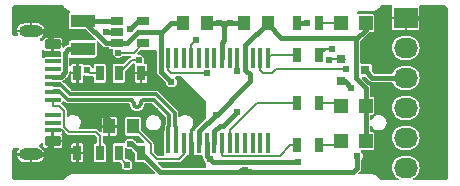
<source format=gtl>
%TF.GenerationSoftware,KiCad,Pcbnew,7.0.11*%
%TF.CreationDate,2025-12-26T11:46:50-08:00*%
%TF.ProjectId,uart-friend-c,75617274-2d66-4726-9965-6e642d632e6b,rev?*%
%TF.SameCoordinates,PX9765530PY6521e48*%
%TF.FileFunction,Copper,L1,Top*%
%TF.FilePolarity,Positive*%
%FSLAX46Y46*%
G04 Gerber Fmt 4.6, Leading zero omitted, Abs format (unit mm)*
G04 Created by KiCad (PCBNEW 7.0.11) date 2025-12-26 11:46:50*
%MOMM*%
%LPD*%
G01*
G04 APERTURE LIST*
G04 Aperture macros list*
%AMRoundRect*
0 Rectangle with rounded corners*
0 $1 Rounding radius*
0 $2 $3 $4 $5 $6 $7 $8 $9 X,Y pos of 4 corners*
0 Add a 4 corners polygon primitive as box body*
4,1,4,$2,$3,$4,$5,$6,$7,$8,$9,$2,$3,0*
0 Add four circle primitives for the rounded corners*
1,1,$1+$1,$2,$3*
1,1,$1+$1,$4,$5*
1,1,$1+$1,$6,$7*
1,1,$1+$1,$8,$9*
0 Add four rect primitives between the rounded corners*
20,1,$1+$1,$2,$3,$4,$5,0*
20,1,$1+$1,$4,$5,$6,$7,0*
20,1,$1+$1,$6,$7,$8,$9,0*
20,1,$1+$1,$8,$9,$2,$3,0*%
G04 Aperture macros list end*
%TA.AperFunction,SMDPad,CuDef*%
%ADD10R,1.000000X1.250000*%
%TD*%
%TA.AperFunction,SMDPad,CuDef*%
%ADD11R,1.198880X1.198880*%
%TD*%
%TA.AperFunction,SMDPad,CuDef*%
%ADD12R,2.029460X1.140460*%
%TD*%
%TA.AperFunction,ComponentPad*%
%ADD13R,2.032000X1.727200*%
%TD*%
%TA.AperFunction,ComponentPad*%
%ADD14O,2.032000X1.727200*%
%TD*%
%TA.AperFunction,SMDPad,CuDef*%
%ADD15R,0.800100X0.800100*%
%TD*%
%TA.AperFunction,SMDPad,CuDef*%
%ADD16R,0.700000X1.300000*%
%TD*%
%TA.AperFunction,SMDPad,CuDef*%
%ADD17R,1.060000X0.650000*%
%TD*%
%TA.AperFunction,SMDPad,CuDef*%
%ADD18R,0.450000X1.750000*%
%TD*%
%TA.AperFunction,SMDPad,CuDef*%
%ADD19RoundRect,0.095000X-0.575000X0.095000X-0.575000X-0.095000X0.575000X-0.095000X0.575000X0.095000X0*%
%TD*%
%TA.AperFunction,ComponentPad*%
%ADD20O,2.030000X1.000000*%
%TD*%
%TA.AperFunction,SMDPad,CuDef*%
%ADD21RoundRect,0.095000X-0.575000X0.305000X-0.575000X-0.305000X0.575000X-0.305000X0.575000X0.305000X0*%
%TD*%
%TA.AperFunction,ViaPad*%
%ADD22C,0.609600*%
%TD*%
%TA.AperFunction,Conductor*%
%ADD23C,0.400000*%
%TD*%
%TA.AperFunction,Conductor*%
%ADD24C,0.152400*%
%TD*%
%TA.AperFunction,Conductor*%
%ADD25C,0.200000*%
%TD*%
%TA.AperFunction,Conductor*%
%ADD26C,0.304800*%
%TD*%
G04 APERTURE END LIST*
D10*
%TO.P,C2,1*%
%TO.N,Net-(U2-VCCD)*%
X6750000Y6045000D03*
%TO.P,C2,2*%
%TO.N,GND*%
X4750000Y6045000D03*
%TD*%
D11*
%TO.P,D1,1,K*%
%TO.N,Net-(D1-K)*%
X24350980Y7795000D03*
%TO.P,D1,2,A*%
%TO.N,VCC*%
X26449020Y7795000D03*
%TD*%
%TO.P,D2,1,K*%
%TO.N,Net-(D2-K)*%
X24350980Y4795000D03*
%TO.P,D2,2,A*%
%TO.N,VCC*%
X26449020Y4795000D03*
%TD*%
D12*
%TO.P,F1,1*%
%TO.N,/USB_VBUS*%
X2500000Y12591040D03*
%TO.P,F1,2*%
%TO.N,+5V*%
X2500000Y14998960D03*
%TD*%
D13*
%TO.P,P5,1,P1*%
%TO.N,GND*%
X29845000Y15240000D03*
D14*
%TO.P,P5,2,P2*%
%TO.N,/~{CTS}*%
X29845000Y12700000D03*
%TO.P,P5,3,P3*%
%TO.N,/VTARGET*%
X29845000Y10160000D03*
%TO.P,P5,4,P4*%
%TO.N,/TXD*%
X29845000Y7620000D03*
%TO.P,P5,5,P5*%
%TO.N,/RXD*%
X29845000Y5080000D03*
%TO.P,P5,6,P6*%
%TO.N,/~{DTR}*%
X29845000Y2540000D03*
%TD*%
D15*
%TO.P,Q1,1,G*%
%TO.N,/~{POWER}*%
X24399240Y11745000D03*
%TO.P,Q1,2,S*%
%TO.N,/VTARGET_Q*%
X24399240Y9845000D03*
%TO.P,Q1,3,D*%
%TO.N,/VTARGET*%
X26398220Y10795000D03*
%TD*%
D16*
%TO.P,R1,1*%
%TO.N,/FB_3V3*%
X3950000Y10545000D03*
%TO.P,R1,2*%
%TO.N,GND*%
X2050000Y10545000D03*
%TD*%
%TO.P,R2,1*%
%TO.N,/VREG*%
X7450000Y3795000D03*
%TO.P,R2,2*%
%TO.N,/FB_SEL*%
X5550000Y3795000D03*
%TD*%
%TO.P,R3,1*%
%TO.N,/FB_1V8*%
X5550000Y10545000D03*
%TO.P,R3,2*%
%TO.N,GND*%
X7450000Y10545000D03*
%TD*%
%TO.P,R4,1*%
%TO.N,/TXD_R*%
X20640000Y12045000D03*
%TO.P,R4,2*%
%TO.N,/TXD*%
X22540000Y12045000D03*
%TD*%
%TO.P,R5,1*%
%TO.N,/~{TXLED}*%
X20640000Y8045000D03*
%TO.P,R5,2*%
%TO.N,Net-(D1-K)*%
X22540000Y8045000D03*
%TD*%
%TO.P,R6,1*%
%TO.N,/~{RXLED}*%
X20640000Y4445000D03*
%TO.P,R6,2*%
%TO.N,Net-(D2-K)*%
X22540000Y4445000D03*
%TD*%
D17*
%TO.P,U1,1,VIN*%
%TO.N,+5V*%
X5400000Y14995000D03*
%TO.P,U1,2,GND*%
%TO.N,GND*%
X5400000Y14045000D03*
%TO.P,U1,3,EN*%
%TO.N,+5V*%
X5400000Y13095000D03*
%TO.P,U1,4,ADJ*%
%TO.N,/FB_SEL*%
X7600000Y13095000D03*
%TO.P,U1,5,VOUT*%
%TO.N,/VREG*%
X7600000Y14995000D03*
%TD*%
D18*
%TO.P,U2,1,TXD*%
%TO.N,/TXD_R*%
X18195000Y11855000D03*
%TO.P,U2,2,~{DTR}*%
%TO.N,/~{DTR}*%
X17545000Y11855000D03*
%TO.P,U2,3,~{RTS}*%
%TO.N,unconnected-(U2-~{RTS}-Pad3)*%
X16895000Y11855000D03*
%TO.P,U2,4,VCCIO*%
%TO.N,VCC*%
X16245000Y11855000D03*
%TO.P,U2,5,RXD*%
%TO.N,/RXD*%
X15595000Y11855000D03*
%TO.P,U2,6,~{RI}*%
%TO.N,unconnected-(U2-~{RI}-Pad6)*%
X14945000Y11855000D03*
%TO.P,U2,7,GND*%
%TO.N,GND*%
X14295000Y11855000D03*
%TO.P,U2,8,GPIO5*%
%TO.N,unconnected-(U2-GPIO5-Pad8)*%
X13645000Y11855000D03*
%TO.P,U2,9,~{DSR}*%
%TO.N,unconnected-(U2-~{DSR}-Pad9)*%
X12995000Y11855000D03*
%TO.P,U2,10,~{DCD}*%
%TO.N,unconnected-(U2-~{DCD}-Pad10)*%
X12345000Y11855000D03*
%TO.P,U2,11,~{CTS}*%
%TO.N,/~{CTS}*%
X11695000Y11855000D03*
%TO.P,U2,12,GPIO4*%
%TO.N,unconnected-(U2-GPIO4-Pad12)*%
X11045000Y11855000D03*
%TO.P,U2,13,GPIO2*%
%TO.N,unconnected-(U2-GPIO2-Pad13)*%
X10395000Y11855000D03*
%TO.P,U2,14,GPIO3*%
%TO.N,/~{POWER}*%
X9745000Y11855000D03*
%TO.P,U2,15,USBDP*%
%TO.N,/USB_D+*%
X9745000Y4655000D03*
%TO.P,U2,16,USBDM*%
%TO.N,/USB_D-*%
X10395000Y4655000D03*
%TO.P,U2,17,VCCD*%
%TO.N,Net-(U2-VCCD)*%
X11045000Y4655000D03*
%TO.P,U2,18,GND*%
%TO.N,GND*%
X11695000Y4655000D03*
%TO.P,U2,19,~{RESET}*%
%TO.N,VCC*%
X12345000Y4655000D03*
%TO.P,U2,20,VCC*%
%TO.N,+5V*%
X12995000Y4655000D03*
%TO.P,U2,21,GND*%
%TO.N,GND*%
X13645000Y4655000D03*
%TO.P,U2,22,GPIO1*%
%TO.N,/~{RXLED}*%
X14295000Y4655000D03*
%TO.P,U2,23,GPIO0*%
%TO.N,/~{TXLED}*%
X14945000Y4655000D03*
%TO.P,U2,24*%
%TO.N,N/C*%
X15595000Y4655000D03*
%TO.P,U2,25*%
X16245000Y4655000D03*
%TO.P,U2,26*%
X16895000Y4655000D03*
%TO.P,U2,27,GPIO6*%
%TO.N,unconnected-(U2-GPIO6-Pad27)*%
X17545000Y4655000D03*
%TO.P,U2,28,GPIO7*%
%TO.N,unconnected-(U2-GPIO7-Pad28)*%
X18195000Y4655000D03*
%TD*%
D10*
%TO.P,C1,1*%
%TO.N,+5V*%
X11000000Y14795000D03*
%TO.P,C1,2*%
%TO.N,GND*%
X13000000Y14795000D03*
%TD*%
D11*
%TO.P,D3,1,K*%
%TO.N,Net-(D3-K)*%
X24350980Y14795000D03*
%TO.P,D3,2,A*%
%TO.N,VCC*%
X26449020Y14795000D03*
%TD*%
D16*
%TO.P,R7,1*%
%TO.N,GND*%
X20640000Y14795000D03*
%TO.P,R7,2*%
%TO.N,Net-(D3-K)*%
X22540000Y14795000D03*
%TD*%
D10*
%TO.P,C3,1*%
%TO.N,VCC*%
X18145000Y14795000D03*
%TO.P,C3,2*%
%TO.N,GND*%
X16145000Y14795000D03*
%TD*%
D19*
%TO.P,P2,A1,GND*%
%TO.N,GND*%
X-45000Y5700000D03*
%TO.P,P2,A2,TX1+*%
%TO.N,unconnected-(P2-TX1+-PadA2)*%
X-45000Y6350000D03*
%TO.P,P2,A3,TX1-*%
%TO.N,unconnected-(P2-TX1--PadA3)*%
X-45000Y7000000D03*
%TO.P,P2,A5,CC*%
%TO.N,Net-(P2-CC)*%
X-45000Y8300000D03*
%TO.P,P2,A6,D+*%
%TO.N,/USB_D+*%
X-45000Y8950000D03*
%TO.P,P2,A7,D-*%
%TO.N,/USB_D-*%
X-45000Y9600000D03*
%TO.P,P2,A9,VBUS*%
%TO.N,/USB_VBUS*%
X-45000Y10250000D03*
%TO.P,P2,B10,RX1-*%
%TO.N,unconnected-(P2-RX1--PadB10)*%
X-45000Y11550000D03*
%TO.P,P2,B11,RX1+*%
%TO.N,unconnected-(P2-RX1+-PadB11)*%
X-45000Y10900000D03*
D20*
%TO.P,P2,SH1,SHIELD*%
%TO.N,GND*%
X-1905000Y14115000D03*
D21*
X-45000Y12990000D03*
X-45000Y4790000D03*
D20*
X-1905000Y3665000D03*
%TD*%
D16*
%TO.P,R8,1*%
%TO.N,Net-(P2-CC)*%
X3950000Y3795000D03*
%TO.P,R8,2*%
%TO.N,GND*%
X2050000Y3795000D03*
%TD*%
D22*
%TO.N,GND*%
X31250000Y4045000D03*
X27750000Y4045000D03*
%TO.N,+5V*%
X20750000Y3045000D03*
X10000000Y9795000D03*
X13250000Y3295000D03*
%TO.N,GND*%
X21500000Y14795000D03*
X3650000Y9395000D03*
X1250000Y4045000D03*
X4500000Y12295000D03*
X9000000Y4045000D03*
X8600000Y7345000D03*
X1250000Y9895000D03*
X11000000Y7545000D03*
X9250000Y9145000D03*
X-250000Y4045000D03*
X2500000Y13795000D03*
X3650000Y7695000D03*
X15553531Y7250308D03*
X15000000Y14795000D03*
X4500000Y14045000D03*
X11047800Y2875995D03*
X-250000Y13795000D03*
X1350000Y7695000D03*
X9000000Y5295000D03*
X8250000Y10795000D03*
X4250000Y7045000D03*
X14000000Y14795000D03*
%TO.N,VCC*%
X13750000Y7045000D03*
%TO.N,/VREG*%
X6500000Y14295000D03*
X16250000Y2337800D03*
X25750000Y3545000D03*
X6500000Y4545000D03*
%TO.N,/FB_3V3*%
X2857202Y10795000D03*
%TO.N,/FB_SEL*%
X5500000Y12295000D03*
X6250000Y2795000D03*
%TO.N,/FB_1V8*%
X7250000Y11652202D03*
%TO.N,/TXD*%
X23622000Y12573000D03*
%TO.N,/~{CTS}*%
X12065000Y13335000D03*
%TO.N,/RXD*%
X15568808Y10756426D03*
%TO.N,/~{DTR}*%
X24750000Y10887748D03*
%TO.N,/~{POWER}*%
X12993614Y10522798D03*
X23347202Y11699800D03*
%TO.N,/VTARGET_Q*%
X25250000Y9295000D03*
%TD*%
D23*
%TO.N,GND*%
X31750000Y5045000D02*
X31750000Y4545000D01*
X31555000Y15240000D02*
X31750000Y15045000D01*
X31750000Y15045000D02*
X31750000Y5045000D01*
X31750000Y4545000D02*
X31069000Y3864000D01*
X29845000Y15240000D02*
X31555000Y15240000D01*
X31069000Y3864000D02*
X27931000Y3864000D01*
X27931000Y3864000D02*
X27750000Y4045000D01*
%TO.N,+5V*%
X9167600Y10627400D02*
X10000000Y9795000D01*
X10000000Y14795000D02*
X11000000Y14795000D01*
X5400000Y14995000D02*
X2503960Y14995000D01*
X12995000Y3550000D02*
X13250000Y3295000D01*
X7179422Y14045000D02*
X9250000Y14045000D01*
X13250000Y3295000D02*
X13500000Y3045000D01*
X4450000Y13095000D02*
X2546040Y14998960D01*
X2503960Y14995000D02*
X2500000Y14998960D01*
X9250000Y14045000D02*
X10000000Y14795000D01*
X6229422Y13095000D02*
X7179422Y14045000D01*
X5400000Y13095000D02*
X4450000Y13095000D01*
X5400000Y13095000D02*
X6229422Y13095000D01*
X9250000Y14045000D02*
X9167600Y13962600D01*
X2546040Y14998960D02*
X2500000Y14998960D01*
X12995000Y4655000D02*
X12995000Y3550000D01*
X9167600Y13962600D02*
X9167600Y10627400D01*
X13500000Y3045000D02*
X20750000Y3045000D01*
%TO.N,GND*%
X-250000Y4585000D02*
X-45000Y4790000D01*
X16145000Y14795000D02*
X15000000Y14795000D01*
X-630000Y3665000D02*
X-250000Y4045000D01*
X13645000Y4655000D02*
X13645000Y5644000D01*
D24*
X3650000Y7695000D02*
X4116000Y7695000D01*
D23*
X-1905000Y14115000D02*
X-1170000Y14115000D01*
X5400000Y14045000D02*
X4500000Y14045000D01*
X13645000Y5644000D02*
X14097000Y6096000D01*
D24*
X733919Y5700000D02*
X1250000Y5183919D01*
D23*
X8000000Y10545000D02*
X8250000Y10795000D01*
D24*
X-45000Y5700000D02*
X733919Y5700000D01*
D23*
X14399223Y6096000D02*
X15553531Y7250308D01*
D24*
X4116000Y7695000D02*
X4250000Y7561000D01*
X1350000Y7695000D02*
X3650000Y7695000D01*
X1250000Y5183919D02*
X1250000Y4045000D01*
D23*
X-1905000Y3665000D02*
X-630000Y3665000D01*
D24*
X1250000Y9895000D02*
X1750000Y9395000D01*
D23*
X4750000Y6545000D02*
X4250000Y7045000D01*
X15000000Y14795000D02*
X14750000Y14795000D01*
X14097000Y6096000D02*
X14399223Y6096000D01*
X13000000Y14795000D02*
X14000000Y14795000D01*
X-250000Y4045000D02*
X-250000Y4585000D01*
X4750000Y6045000D02*
X4750000Y6545000D01*
D24*
X2032000Y9395000D02*
X3650000Y9395000D01*
D23*
X11695000Y3523195D02*
X11047800Y2875995D01*
D24*
X2050000Y10545000D02*
X2050000Y9413000D01*
D23*
X14750000Y14795000D02*
X14500000Y14545000D01*
X1250000Y4045000D02*
X1800000Y4045000D01*
X14250000Y14795000D02*
X14500000Y14545000D01*
X-1905000Y3665000D02*
X-1170000Y3665000D01*
X14500000Y14545000D02*
X14500000Y13335000D01*
D24*
X1750000Y9395000D02*
X2032000Y9395000D01*
X2050000Y9413000D02*
X2032000Y9395000D01*
D23*
X14295000Y11855000D02*
X14295000Y13130000D01*
X-250000Y13195000D02*
X-45000Y12990000D01*
X7450000Y10545000D02*
X8000000Y10545000D01*
X-250000Y13795000D02*
X-250000Y13195000D01*
X11695000Y4655000D02*
X11695000Y3523195D01*
X14500000Y13335000D02*
X14295000Y13130000D01*
D24*
X4250000Y7561000D02*
X4250000Y7045000D01*
D23*
X14000000Y14795000D02*
X14250000Y14795000D01*
X14000000Y14795000D02*
X15000000Y14795000D01*
X-570000Y14115000D02*
X-1905000Y14115000D01*
X20640000Y14795000D02*
X21500000Y14795000D01*
X1800000Y4045000D02*
X2050000Y3795000D01*
X-250000Y13795000D02*
X-570000Y14115000D01*
%TO.N,VCC*%
X19267600Y13547400D02*
X25535678Y13547400D01*
X16256502Y9474053D02*
X13827449Y7045000D01*
X26449020Y14795000D02*
X26449020Y14240560D01*
X12345000Y4655000D02*
X12345000Y5640000D01*
X26449020Y6985000D02*
X26449020Y9309778D01*
X25645769Y13437309D02*
X26449020Y14240560D01*
X16629800Y10472649D02*
X16629800Y9847351D01*
X18145000Y14670000D02*
X19267600Y13547400D01*
X16245000Y10857449D02*
X16629800Y10472649D01*
X25535678Y13547400D02*
X25645769Y13437309D01*
X26449020Y4445000D02*
X26449020Y6985000D01*
X16245000Y11855000D02*
X16245000Y10857449D01*
X13827449Y7045000D02*
X13750000Y7045000D01*
X18145000Y14795000D02*
X18145000Y14670000D01*
X12345000Y5640000D02*
X13750000Y7045000D01*
X25645769Y10113029D02*
X25645769Y13437309D01*
X26449020Y9309778D02*
X25645769Y10113029D01*
X16245000Y12895000D02*
X16245000Y11855000D01*
X16629800Y9847351D02*
X16256502Y9474053D01*
X18145000Y14795000D02*
X16245000Y12895000D01*
D25*
%TO.N,Net-(U2-VCCD)*%
X11045000Y3661195D02*
X10678805Y3295000D01*
X8250000Y3795000D02*
X8750000Y3295000D01*
X8250000Y4545000D02*
X8250000Y3795000D01*
X11045000Y4655000D02*
X11045000Y3661195D01*
X6750000Y6045000D02*
X8250000Y4545000D01*
X10678805Y3295000D02*
X8750000Y3295000D01*
%TO.N,Net-(D1-K)*%
X22540000Y8045000D02*
X24100980Y8045000D01*
X24100980Y8045000D02*
X24350980Y7795000D01*
D23*
%TO.N,/USB_VBUS*%
X625000Y10250000D02*
X1000000Y10625000D01*
X1296040Y12591040D02*
X1000000Y12295000D01*
X2500000Y12591040D02*
X1296040Y12591040D01*
X-45000Y10250000D02*
X625000Y10250000D01*
X1000000Y10625000D02*
X1000000Y12295000D01*
D26*
%TO.N,/USB_D-*%
X8694688Y8773600D02*
X10298600Y7169688D01*
X695868Y9503601D02*
X1425869Y8773600D01*
X51399Y9503601D02*
X695868Y9503601D01*
X10298600Y6063900D02*
X10395000Y5967500D01*
X10395000Y5967500D02*
X10395000Y4655000D01*
X10298600Y7169688D02*
X10298600Y6063900D01*
X-45000Y9600000D02*
X51399Y9503601D01*
X1425869Y8773600D02*
X8694688Y8773600D01*
%TO.N,/USB_D+*%
X8350000Y8316400D02*
X8505312Y8316400D01*
X7700000Y8316400D02*
X8350000Y8316400D01*
X9745000Y5967500D02*
X9745000Y4655000D01*
X51399Y9046399D02*
X506490Y9046399D01*
X9841400Y6063900D02*
X9745000Y5967500D01*
X-45000Y8950000D02*
X51399Y9046399D01*
X6800000Y8016400D02*
X6800000Y7952313D01*
X506490Y9046399D02*
X1236489Y8316400D01*
X7400000Y7952313D02*
X7400000Y8016400D01*
X1236489Y8316400D02*
X6500000Y8316400D01*
X9841400Y6980312D02*
X9841400Y6063900D01*
X8505312Y8316400D02*
X9841400Y6980312D01*
X6800000Y8016400D02*
G75*
G03*
X6500000Y8316400I-300000J0D01*
G01*
X7100000Y7652300D02*
G75*
G03*
X7400000Y7952313I0J300000D01*
G01*
X7700000Y8316400D02*
G75*
G03*
X7400000Y8016400I0J-300000D01*
G01*
X6800013Y7952313D02*
G75*
G03*
X7100000Y7652313I299987J-13D01*
G01*
D23*
%TO.N,/VREG*%
X16635000Y2295000D02*
X16750000Y2180000D01*
X15750000Y2180000D02*
X16750000Y2180000D01*
X15907800Y2337800D02*
X15750000Y2180000D01*
X25385000Y2180000D02*
X16750000Y2180000D01*
X6700000Y4545000D02*
X7450000Y3795000D01*
X7200000Y14995000D02*
X6500000Y14295000D01*
X16250000Y2337800D02*
X16292800Y2295000D01*
X16292800Y2295000D02*
X16635000Y2295000D01*
X25750000Y2545000D02*
X25385000Y2180000D01*
X7600000Y14995000D02*
X7200000Y14995000D01*
X16250000Y2337800D02*
X15907800Y2337800D01*
X25750000Y3545000D02*
X25750000Y2545000D01*
X9065000Y2180000D02*
X15750000Y2180000D01*
X6500000Y4545000D02*
X6700000Y4545000D01*
X7450000Y3795000D02*
X9065000Y2180000D01*
D25*
%TO.N,/FB_3V3*%
X3107202Y10545000D02*
X2857202Y10795000D01*
X3950000Y10545000D02*
X3107202Y10545000D01*
%TO.N,/FB_SEL*%
X5550000Y3495000D02*
X6250000Y2795000D01*
X5550000Y3795000D02*
X5550000Y3495000D01*
X6800000Y12295000D02*
X5500000Y12295000D01*
X7600000Y13095000D02*
X6800000Y12295000D01*
%TO.N,/FB_1V8*%
X6657202Y11652202D02*
X7250000Y11652202D01*
X5550000Y10545000D02*
X6657202Y11652202D01*
D23*
%TO.N,/VTARGET*%
X29845000Y10160000D02*
X27033220Y10160000D01*
X27033220Y10160000D02*
X26398220Y10795000D01*
D25*
%TO.N,/TXD*%
X23068000Y12573000D02*
X22540000Y12045000D01*
X22568000Y12573000D02*
X22540000Y12545000D01*
X23622000Y12573000D02*
X22568000Y12573000D01*
X23622000Y12573000D02*
X23068000Y12573000D01*
%TO.N,Net-(D2-K)*%
X22540000Y4445000D02*
X24350980Y4445000D01*
%TO.N,/~{CTS}*%
X11695000Y11855000D02*
X11695000Y12965000D01*
X11695000Y12965000D02*
X12065000Y13335000D01*
%TO.N,/RXD*%
X15568808Y10756426D02*
X15568808Y11828808D01*
X15568808Y11828808D02*
X15595000Y11855000D01*
%TO.N,/~{DTR}*%
X17545000Y10780000D02*
X17545000Y11855000D01*
X18504800Y10560000D02*
X17765000Y10560000D01*
X24750000Y10887748D02*
X18832548Y10887748D01*
X17765000Y10560000D02*
X17545000Y10780000D01*
X18832548Y10887748D02*
X18504800Y10560000D01*
X24750000Y10887748D02*
X24715348Y10922400D01*
%TO.N,/~{POWER}*%
X12993614Y10522798D02*
X10002202Y10522798D01*
X24336154Y11681914D02*
X24399240Y11745000D01*
X24399240Y11745000D02*
X23392402Y11745000D01*
X9745000Y11855000D02*
X9745000Y10780000D01*
X24691955Y11745000D02*
X24693350Y11743605D01*
X10002202Y10522798D02*
X9745000Y10780000D01*
X23392402Y11745000D02*
X23347202Y11699800D01*
%TO.N,/TXD_R*%
X20640000Y12065000D02*
X18405000Y12065000D01*
X18405000Y12065000D02*
X18195000Y11855000D01*
%TO.N,/~{TXLED}*%
X14945000Y5730000D02*
X14945000Y4655000D01*
X17260000Y8045000D02*
X14945000Y5730000D01*
X20640000Y8045000D02*
X17260000Y8045000D01*
%TO.N,/~{RXLED}*%
X14295000Y3580000D02*
X14347401Y3527599D01*
X14347401Y3527599D02*
X19172599Y3527599D01*
X20090000Y4445000D02*
X20640000Y4445000D01*
X14295000Y4655000D02*
X14295000Y3580000D01*
X19172599Y3527599D02*
X20090000Y4445000D01*
D23*
%TO.N,/VTARGET_Q*%
X24399240Y9845000D02*
X24700000Y9845000D01*
X24700000Y9845000D02*
X25250000Y9295000D01*
D25*
%TO.N,Net-(D3-K)*%
X22540000Y14795000D02*
X24350980Y14795000D01*
%TO.N,Net-(P2-CC)*%
X20000Y7775000D02*
X-45000Y7840000D01*
X1353629Y5545000D02*
X880000Y6018629D01*
X3950000Y5211370D02*
X3616370Y5545000D01*
X880000Y6018629D02*
X880000Y7375000D01*
X3950000Y3795000D02*
X3950000Y5211370D01*
X480000Y7775000D02*
X20000Y7775000D01*
X-45000Y7840000D02*
X-45000Y8300000D01*
X880000Y7375000D02*
X480000Y7775000D01*
X3616370Y5545000D02*
X1353629Y5545000D01*
%TD*%
%TA.AperFunction,Conductor*%
%TO.N,GND*%
G36*
X914221Y8201652D02*
G01*
X935848Y8185281D01*
X973978Y8147151D01*
X982144Y8135821D01*
X983107Y8136548D01*
X988634Y8129229D01*
X1023890Y8097089D01*
X1027195Y8093933D01*
X1040607Y8080522D01*
X1040612Y8080517D01*
X1040812Y8080380D01*
X1051541Y8071881D01*
X1072985Y8052333D01*
X1082461Y8048663D01*
X1102644Y8038024D01*
X1111035Y8032276D01*
X1139278Y8025634D01*
X1152367Y8021580D01*
X1179419Y8011100D01*
X1189588Y8011100D01*
X1212254Y8008471D01*
X1222145Y8006144D01*
X1250871Y8010152D01*
X1264547Y8011100D01*
X6395711Y8011100D01*
X6453902Y7992193D01*
X6489866Y7942693D01*
X6494711Y7912097D01*
X6494710Y7884124D01*
X6525056Y7751146D01*
X6525059Y7751138D01*
X6584233Y7628251D01*
X6584236Y7628246D01*
X6584246Y7628234D01*
X6669280Y7521599D01*
X6669283Y7521597D01*
X6775922Y7436551D01*
X6898811Y7377368D01*
X6898813Y7377368D01*
X6898816Y7377366D01*
X7031799Y7347013D01*
X7051645Y7347013D01*
X7058980Y7347013D01*
X7059020Y7347000D01*
X7100000Y7347000D01*
X7168200Y7347000D01*
X7168203Y7347000D01*
X7301188Y7377354D01*
X7424085Y7436540D01*
X7530729Y7521589D01*
X7615774Y7628238D01*
X7674955Y7751137D01*
X7705303Y7884123D01*
X7705302Y7912097D01*
X7724208Y7970288D01*
X7773707Y8006254D01*
X7804302Y8011100D01*
X8292930Y8011100D01*
X8337845Y8011100D01*
X8396036Y7992193D01*
X8407849Y7982104D01*
X9507104Y6882849D01*
X9534881Y6828332D01*
X9536100Y6812845D01*
X9536100Y6231367D01*
X9517193Y6173176D01*
X9511917Y6166998D01*
X9512040Y6166896D01*
X9509114Y6163373D01*
X9508971Y6163164D01*
X9500484Y6152454D01*
X9480934Y6131007D01*
X9480931Y6131002D01*
X9477256Y6121516D01*
X9466622Y6101343D01*
X9460876Y6092955D01*
X9454234Y6064715D01*
X9450179Y6051621D01*
X9439701Y6024574D01*
X9439700Y6024568D01*
X9439700Y6014405D01*
X9437070Y5991737D01*
X9434742Y5981844D01*
X9438750Y5953123D01*
X9439700Y5939443D01*
X9439700Y5711176D01*
X9420793Y5652985D01*
X9410708Y5641177D01*
X9409769Y5640238D01*
X9409766Y5640235D01*
X9409766Y5640234D01*
X9376488Y5590429D01*
X9375971Y5589656D01*
X9367100Y5545066D01*
X9367100Y3764948D01*
X9367101Y3764938D01*
X9375971Y3720344D01*
X9375972Y3720341D01*
X9388293Y3701902D01*
X9404902Y3643014D01*
X9383725Y3585610D01*
X9332851Y3551617D01*
X9305978Y3547900D01*
X8895761Y3547900D01*
X8837570Y3566807D01*
X8825757Y3576897D01*
X8531896Y3870759D01*
X8504119Y3925275D01*
X8502900Y3940762D01*
X8502900Y4510339D01*
X8504802Y4529653D01*
X8507855Y4545000D01*
X8491791Y4625757D01*
X8488227Y4643677D01*
X8446442Y4706213D01*
X8443740Y4710257D01*
X8443736Y4710261D01*
X8432331Y4727331D01*
X8419319Y4736026D01*
X8404321Y4748334D01*
X7431895Y5720760D01*
X7404118Y5775277D01*
X7402899Y5790764D01*
X7402899Y6391172D01*
X7825623Y6391172D01*
X7835943Y6227143D01*
X7886732Y6070827D01*
X7974797Y5932061D01*
X8094607Y5819552D01*
X8094606Y5819552D01*
X8236689Y5741441D01*
X8238632Y5740373D01*
X8397823Y5699500D01*
X8397826Y5699500D01*
X8520925Y5699500D01*
X8643053Y5714928D01*
X8643054Y5714929D01*
X8643058Y5714929D01*
X8795871Y5775432D01*
X8928837Y5872037D01*
X9033600Y5998674D01*
X9103579Y6147387D01*
X9134376Y6308830D01*
X9124056Y6472860D01*
X9073268Y6629171D01*
X9073267Y6629172D01*
X9073267Y6629174D01*
X8985202Y6767940D01*
X8865392Y6880449D01*
X8865393Y6880449D01*
X8721369Y6959627D01*
X8562179Y7000500D01*
X8562177Y7000500D01*
X8439075Y7000500D01*
X8316946Y6985073D01*
X8316943Y6985072D01*
X8164129Y6924568D01*
X8164125Y6924566D01*
X8031162Y6827963D01*
X7926399Y6701326D01*
X7856420Y6552613D01*
X7825624Y6391177D01*
X7825623Y6391172D01*
X7402899Y6391172D01*
X7402899Y6685053D01*
X7402898Y6685063D01*
X7394701Y6726274D01*
X7394028Y6729658D01*
X7360234Y6780234D01*
X7309658Y6814028D01*
X7309655Y6814029D01*
X7265060Y6822900D01*
X6234947Y6822900D01*
X6234937Y6822899D01*
X6190343Y6814029D01*
X6190340Y6814028D01*
X6139769Y6780237D01*
X6139765Y6780233D01*
X6131551Y6767940D01*
X6105974Y6729660D01*
X6105971Y6729656D01*
X6097100Y6685066D01*
X6097100Y5404948D01*
X6097101Y5404938D01*
X6105971Y5360344D01*
X6105972Y5360341D01*
X6123230Y5334513D01*
X6139766Y5309766D01*
X6190342Y5275972D01*
X6205274Y5273002D01*
X6234934Y5267101D01*
X6234938Y5267101D01*
X6234943Y5267100D01*
X7129236Y5267101D01*
X7187427Y5248194D01*
X7199240Y5238105D01*
X7670441Y4766904D01*
X7698218Y4712387D01*
X7688647Y4651955D01*
X7645382Y4608690D01*
X7600437Y4597900D01*
X7187184Y4597900D01*
X7128993Y4616807D01*
X7117180Y4626896D01*
X6982676Y4761400D01*
X6969800Y4777257D01*
X6963227Y4787318D01*
X6938895Y4806256D01*
X6929706Y4814370D01*
X6928860Y4815216D01*
X6912645Y4826794D01*
X6909398Y4829215D01*
X6870284Y4859658D01*
X6870281Y4859659D01*
X6863767Y4863185D01*
X6857134Y4866427D01*
X6844122Y4870301D01*
X6807543Y4890364D01*
X6802807Y4894468D01*
X6692095Y4965618D01*
X6692092Y4965619D01*
X6692091Y4965620D01*
X6628949Y4984160D01*
X6565808Y5002700D01*
X6565807Y5002700D01*
X6434193Y5002700D01*
X6434191Y5002700D01*
X6307909Y4965620D01*
X6307904Y4965618D01*
X6197187Y4894465D01*
X6197187Y4894464D01*
X6110999Y4794999D01*
X6056323Y4675273D01*
X6054328Y4668478D01*
X6052896Y4668899D01*
X6029441Y4621204D01*
X5975324Y4592656D01*
X5939137Y4593110D01*
X5915057Y4597900D01*
X5915056Y4597900D01*
X5184947Y4597900D01*
X5184937Y4597899D01*
X5140343Y4589029D01*
X5140340Y4589028D01*
X5089769Y4555237D01*
X5089765Y4555233D01*
X5082928Y4545001D01*
X5055974Y4504660D01*
X5055971Y4504656D01*
X5047100Y4460066D01*
X5047100Y3129948D01*
X5047101Y3129938D01*
X5055971Y3085344D01*
X5055972Y3085341D01*
X5088176Y3037145D01*
X5089766Y3034766D01*
X5140342Y3000972D01*
X5155274Y2998002D01*
X5184934Y2992101D01*
X5184938Y2992101D01*
X5184943Y2992100D01*
X5654236Y2992101D01*
X5712427Y2973194D01*
X5724240Y2963105D01*
X5765719Y2921626D01*
X5793496Y2867109D01*
X5793708Y2837535D01*
X5787594Y2795003D01*
X5787593Y2794998D01*
X5806322Y2664731D01*
X5806323Y2664728D01*
X5806323Y2664727D01*
X5806324Y2664725D01*
X5847889Y2573709D01*
X5860999Y2545002D01*
X5947187Y2445537D01*
X5947187Y2445536D01*
X6057904Y2374383D01*
X6057909Y2374380D01*
X6184193Y2337300D01*
X6184194Y2337300D01*
X6315806Y2337300D01*
X6315807Y2337300D01*
X6442091Y2374380D01*
X6552812Y2445536D01*
X6639002Y2545004D01*
X6693676Y2664725D01*
X6693677Y2664731D01*
X6712407Y2794998D01*
X6712407Y2795003D01*
X6693677Y2925270D01*
X6693676Y2925273D01*
X6693676Y2925275D01*
X6639002Y3044996D01*
X6639000Y3044998D01*
X6639000Y3044999D01*
X6552812Y3144464D01*
X6552812Y3144465D01*
X6442095Y3215618D01*
X6442092Y3215619D01*
X6442091Y3215620D01*
X6339167Y3245841D01*
X6315808Y3252700D01*
X6315807Y3252700D01*
X6190963Y3252700D01*
X6132772Y3271607D01*
X6120959Y3281696D01*
X6081895Y3320760D01*
X6054118Y3375277D01*
X6052899Y3390764D01*
X6052899Y4106961D01*
X6071806Y4165152D01*
X6121306Y4201116D01*
X6182492Y4201116D01*
X6205415Y4190249D01*
X6307909Y4124380D01*
X6434193Y4087300D01*
X6434194Y4087300D01*
X6565806Y4087300D01*
X6565807Y4087300D01*
X6581193Y4091818D01*
X6642353Y4090073D01*
X6679091Y4066833D01*
X6918104Y3827820D01*
X6945881Y3773303D01*
X6947100Y3757816D01*
X6947100Y3129948D01*
X6947101Y3129938D01*
X6955971Y3085344D01*
X6955972Y3085341D01*
X6988176Y3037145D01*
X6989766Y3034766D01*
X7040342Y3000972D01*
X7055274Y2998002D01*
X7084934Y2992101D01*
X7084938Y2992101D01*
X7084943Y2992100D01*
X7712815Y2992101D01*
X7771006Y2973194D01*
X7782819Y2963105D01*
X8598420Y2147504D01*
X8626197Y2092987D01*
X8616626Y2032555D01*
X8573361Y1989290D01*
X8528416Y1978500D01*
X1585241Y1978500D01*
X1455357Y1957930D01*
X1330283Y1917291D01*
X1213102Y1857585D01*
X1213096Y1857581D01*
X1106712Y1780287D01*
X1106700Y1780278D01*
X1076481Y1750060D01*
X1065997Y1741072D01*
X1065322Y1740451D01*
X1057481Y1731410D01*
X1052702Y1726280D01*
X1032012Y1705590D01*
X1026598Y1697486D01*
X1025727Y1698068D01*
X1018678Y1686671D01*
X945416Y1602200D01*
X933433Y1590539D01*
X883933Y1549913D01*
X867794Y1539129D01*
X809876Y1508171D01*
X791949Y1500745D01*
X741846Y1485547D01*
X729096Y1481679D01*
X710064Y1477894D01*
X649019Y1471881D01*
X639841Y1470977D01*
X630139Y1470500D01*
X-3167209Y1470500D01*
X-3182696Y1471719D01*
X-3193223Y1473387D01*
X-3252066Y1482707D01*
X-3281522Y1492278D01*
X-3337069Y1520580D01*
X-3362129Y1538786D01*
X-3406215Y1582872D01*
X-3424421Y1607932D01*
X-3452723Y1663479D01*
X-3462294Y1692936D01*
X-3473281Y1762304D01*
X-3474500Y1777791D01*
X-3474500Y3945210D01*
X-3473281Y3960697D01*
X-3470922Y3975590D01*
X-3462294Y4030067D01*
X-3452723Y4059522D01*
X-3424420Y4115072D01*
X-3406218Y4140126D01*
X-3362126Y4184218D01*
X-3337072Y4202420D01*
X-3281520Y4230724D01*
X-3252067Y4240294D01*
X-3182696Y4251281D01*
X-3167209Y4252500D01*
X-2991072Y4252500D01*
X-2932881Y4233593D01*
X-2896917Y4184093D01*
X-2896917Y4122907D01*
X-2914791Y4090395D01*
X-2975218Y4017352D01*
X-3045401Y3868205D01*
X-3065087Y3765006D01*
X-3065086Y3765005D01*
X-2653851Y3765005D01*
X-2655495Y3762545D01*
X-2674898Y3665000D01*
X-2655495Y3567455D01*
X-2653851Y3564995D01*
X-3067397Y3564995D01*
X-3065938Y3541782D01*
X-3015000Y3385011D01*
X-2926679Y3245841D01*
X-2806520Y3133003D01*
X-2662076Y3053594D01*
X-2502419Y3012601D01*
X-2502416Y3012600D01*
X-2005006Y3012600D01*
X-2005005Y3012601D01*
X-2005005Y3415000D01*
X-1804995Y3415000D01*
X-1804995Y3012601D01*
X-1804994Y3012600D01*
X-1348955Y3012600D01*
X-1226471Y3028073D01*
X-1226467Y3028074D01*
X-1073206Y3088755D01*
X-1016453Y3129988D01*
X1547600Y3129988D01*
X1556442Y3085537D01*
X1590125Y3035128D01*
X1590127Y3035126D01*
X1640536Y3001443D01*
X1684987Y2992601D01*
X1684989Y2992600D01*
X1949994Y2992600D01*
X1949995Y2992601D01*
X2150005Y2992601D01*
X2150006Y2992600D01*
X2415011Y2992600D01*
X2415012Y2992601D01*
X2459463Y3001443D01*
X2509872Y3035126D01*
X2509874Y3035128D01*
X2543557Y3085537D01*
X2552399Y3129988D01*
X2552400Y3129990D01*
X2552400Y3694994D01*
X2552399Y3694995D01*
X2150006Y3694995D01*
X2150005Y3694994D01*
X2150005Y2992601D01*
X1949995Y2992601D01*
X1949995Y3694994D01*
X1949994Y3694995D01*
X1547601Y3694995D01*
X1547600Y3694994D01*
X1547600Y3129988D01*
X-1016453Y3129988D01*
X-939852Y3185642D01*
X-834783Y3312649D01*
X-764600Y3461796D01*
X-744914Y3564995D01*
X-1156149Y3564995D01*
X-1154505Y3567455D01*
X-1135102Y3665000D01*
X-1154505Y3762545D01*
X-1156149Y3765005D01*
X-742604Y3765005D01*
X-744063Y3788219D01*
X-778760Y3895006D01*
X1547600Y3895006D01*
X1547601Y3895005D01*
X1949994Y3895005D01*
X1949995Y3895006D01*
X2150005Y3895006D01*
X2150006Y3895005D01*
X2552399Y3895005D01*
X2552400Y3895006D01*
X2552400Y4460011D01*
X2552399Y4460013D01*
X2543557Y4504464D01*
X2509874Y4554873D01*
X2509872Y4554875D01*
X2459463Y4588558D01*
X2415012Y4597400D01*
X2150006Y4597400D01*
X2150005Y4597399D01*
X2150005Y3895006D01*
X1949995Y3895006D01*
X1949995Y4597399D01*
X1949994Y4597400D01*
X1684987Y4597400D01*
X1640536Y4588558D01*
X1590127Y4554875D01*
X1590125Y4554873D01*
X1556442Y4504464D01*
X1547600Y4460013D01*
X1547600Y3895006D01*
X-778760Y3895006D01*
X-795001Y3944990D01*
X-883322Y4084160D01*
X-1003481Y4196998D01*
X-1147926Y4276407D01*
X-1147928Y4276408D01*
X-1149305Y4276761D01*
X-1150109Y4277271D01*
X-1153718Y4278700D01*
X-1153446Y4279389D01*
X-1200966Y4309545D01*
X-1223491Y4366434D01*
X-1208275Y4425697D01*
X-1194689Y4442655D01*
X-1130894Y4506450D01*
X-1130886Y4506458D01*
X-1066549Y4602745D01*
X-1054230Y4621181D01*
X-1054229Y4621184D01*
X-1054225Y4621189D01*
X-1054223Y4621195D01*
X-1053716Y4622142D01*
X-1053357Y4622489D01*
X-1051522Y4625233D01*
X-1050921Y4624831D01*
X-1009615Y4664554D01*
X-949008Y4672944D01*
X-895043Y4644108D01*
X-868335Y4589060D01*
X-867400Y4575484D01*
X-867400Y4460630D01*
X-853047Y4388469D01*
X-798368Y4306637D01*
X-798364Y4306633D01*
X-716532Y4251954D01*
X-644371Y4237601D01*
X-644367Y4237600D01*
X-145006Y4237600D01*
X-145005Y4237601D01*
X55005Y4237601D01*
X55006Y4237600D01*
X554367Y4237600D01*
X554370Y4237601D01*
X626531Y4251954D01*
X708363Y4306633D01*
X708367Y4306637D01*
X763046Y4388469D01*
X777399Y4460630D01*
X777400Y4460634D01*
X777400Y4689994D01*
X777399Y4689995D01*
X55006Y4689995D01*
X55005Y4689994D01*
X55005Y4237601D01*
X-145005Y4237601D01*
X-145005Y5701005D01*
X-126098Y5759196D01*
X-76598Y5795160D01*
X-46005Y5800005D01*
X-43995Y5800005D01*
X14196Y5781098D01*
X50160Y5731598D01*
X55005Y5701005D01*
X55005Y4890006D01*
X55006Y4890005D01*
X777399Y4890005D01*
X777400Y4890006D01*
X777400Y5119367D01*
X777399Y5119371D01*
X763046Y5191532D01*
X708367Y5273364D01*
X701735Y5279996D01*
X673958Y5334513D01*
X683529Y5394945D01*
X701735Y5420004D01*
X708367Y5426637D01*
X763046Y5508469D01*
X763046Y5508470D01*
X771618Y5551564D01*
X801514Y5604948D01*
X857079Y5630565D01*
X917089Y5618629D01*
X938720Y5602255D01*
X1150293Y5390682D01*
X1162601Y5375684D01*
X1171298Y5362669D01*
X1254952Y5306773D01*
X1328718Y5292100D01*
X1328719Y5292100D01*
X1353629Y5287145D01*
X1368978Y5290198D01*
X1388291Y5292100D01*
X3470607Y5292100D01*
X3528798Y5273193D01*
X3540611Y5263104D01*
X3668104Y5135611D01*
X3695881Y5081094D01*
X3697100Y5065607D01*
X3697100Y4696900D01*
X3678193Y4638709D01*
X3628693Y4602745D01*
X3598105Y4597900D01*
X3584949Y4597900D01*
X3584938Y4597899D01*
X3540342Y4589029D01*
X3540340Y4589028D01*
X3489769Y4555237D01*
X3489765Y4555233D01*
X3482928Y4545001D01*
X3455974Y4504660D01*
X3455971Y4504656D01*
X3447100Y4460066D01*
X3447100Y3129948D01*
X3447101Y3129938D01*
X3455971Y3085344D01*
X3455972Y3085341D01*
X3488176Y3037145D01*
X3489766Y3034766D01*
X3540342Y3000972D01*
X3555274Y2998002D01*
X3584934Y2992101D01*
X3584938Y2992101D01*
X3584943Y2992100D01*
X4315056Y2992101D01*
X4315060Y2992102D01*
X4315062Y2992102D01*
X4329648Y2995004D01*
X4359658Y3000972D01*
X4410234Y3034766D01*
X4444028Y3085342D01*
X4449464Y3112669D01*
X4452899Y3129935D01*
X4452899Y3129938D01*
X4452900Y3129943D01*
X4452899Y4460056D01*
X4444028Y4504658D01*
X4442825Y4506458D01*
X4410236Y4555231D01*
X4410234Y4555234D01*
X4359658Y4589028D01*
X4359655Y4589029D01*
X4315065Y4597900D01*
X4315057Y4597900D01*
X4301900Y4597900D01*
X4243709Y4616807D01*
X4207745Y4666307D01*
X4202900Y4696900D01*
X4202900Y5168600D01*
X4221807Y5226791D01*
X4271307Y5262755D01*
X4301900Y5267600D01*
X4649994Y5267600D01*
X4649995Y5267601D01*
X4850005Y5267601D01*
X4850006Y5267600D01*
X5265011Y5267600D01*
X5265012Y5267601D01*
X5309463Y5276443D01*
X5359872Y5310126D01*
X5359874Y5310128D01*
X5393557Y5360537D01*
X5402399Y5404988D01*
X5402400Y5404990D01*
X5402400Y5944994D01*
X5402399Y5944995D01*
X4850006Y5944995D01*
X4850005Y5944994D01*
X4850005Y5267601D01*
X4649995Y5267601D01*
X4649995Y5944994D01*
X4649994Y5944995D01*
X4097601Y5944995D01*
X4097600Y5944994D01*
X4097600Y5660433D01*
X4078693Y5602242D01*
X4029193Y5566278D01*
X3968007Y5566278D01*
X3928596Y5590429D01*
X3819703Y5699322D01*
X3807391Y5714325D01*
X3806988Y5714928D01*
X3798701Y5727331D01*
X3781631Y5738737D01*
X3781627Y5738740D01*
X3715048Y5783227D01*
X3715045Y5783228D01*
X3701745Y5785874D01*
X3701745Y5785873D01*
X3641281Y5797900D01*
X3641281Y5797901D01*
X3616370Y5802855D01*
X3601021Y5799802D01*
X3581708Y5797900D01*
X2277891Y5797900D01*
X2219700Y5816807D01*
X2183736Y5866307D01*
X2183736Y5927493D01*
X2201610Y5960005D01*
X2233600Y5998674D01*
X2302459Y6145006D01*
X4097600Y6145006D01*
X4097601Y6145005D01*
X4649994Y6145005D01*
X4649995Y6145006D01*
X4850005Y6145006D01*
X4850006Y6145005D01*
X5402399Y6145005D01*
X5402400Y6145006D01*
X5402400Y6685011D01*
X5402399Y6685013D01*
X5393557Y6729464D01*
X5359874Y6779873D01*
X5359872Y6779875D01*
X5309463Y6813558D01*
X5265012Y6822400D01*
X4850006Y6822400D01*
X4850005Y6822399D01*
X4850005Y6145006D01*
X4649995Y6145006D01*
X4649995Y6822399D01*
X4649994Y6822400D01*
X4234987Y6822400D01*
X4190536Y6813558D01*
X4140127Y6779875D01*
X4140125Y6779873D01*
X4106442Y6729464D01*
X4097600Y6685013D01*
X4097600Y6145006D01*
X2302459Y6145006D01*
X2303579Y6147387D01*
X2334376Y6308830D01*
X2324056Y6472860D01*
X2273268Y6629171D01*
X2273267Y6629172D01*
X2273267Y6629174D01*
X2185202Y6767940D01*
X2065392Y6880449D01*
X2065393Y6880449D01*
X1921369Y6959627D01*
X1762179Y7000500D01*
X1762177Y7000500D01*
X1639075Y7000500D01*
X1516946Y6985073D01*
X1516943Y6985072D01*
X1364129Y6924568D01*
X1364121Y6924564D01*
X1290090Y6870777D01*
X1231899Y6851870D01*
X1173709Y6870778D01*
X1137745Y6920278D01*
X1132900Y6950870D01*
X1132900Y7340339D01*
X1134802Y7359653D01*
X1134975Y7360523D01*
X1137855Y7375000D01*
X1118227Y7473677D01*
X1076442Y7536213D01*
X1073740Y7540257D01*
X1073736Y7540261D01*
X1062331Y7557331D01*
X1049319Y7566026D01*
X1034321Y7578334D01*
X717171Y7895484D01*
X689394Y7950001D01*
X698965Y8010433D01*
X704860Y8020491D01*
X708722Y8026272D01*
X708726Y8026274D01*
X763517Y8108274D01*
X768751Y8134590D01*
X798646Y8187971D01*
X854211Y8213588D01*
X914221Y8201652D01*
G37*
%TD.AperFunction*%
%TA.AperFunction,Conductor*%
G36*
X3836633Y13209291D02*
G01*
X4167324Y12878600D01*
X4180199Y12862744D01*
X4186772Y12852682D01*
X4211103Y12833745D01*
X4220290Y12825633D01*
X4221136Y12824788D01*
X4221140Y12824784D01*
X4237365Y12813199D01*
X4240598Y12810789D01*
X4249550Y12803821D01*
X4279714Y12780343D01*
X4286211Y12776828D01*
X4292860Y12773578D01*
X4292865Y12773574D01*
X4340365Y12759433D01*
X4344223Y12758197D01*
X4391111Y12742100D01*
X4391113Y12742100D01*
X4398430Y12740879D01*
X4405739Y12739969D01*
X4405745Y12739967D01*
X4455252Y12742016D01*
X4459344Y12742100D01*
X4651835Y12742100D01*
X4710026Y12723193D01*
X4734150Y12698102D01*
X4759763Y12659770D01*
X4759766Y12659766D01*
X4810342Y12625972D01*
X4854943Y12617100D01*
X4989880Y12617101D01*
X5048070Y12598194D01*
X5084034Y12548694D01*
X5084035Y12487509D01*
X5079934Y12476976D01*
X5056324Y12425276D01*
X5056322Y12425270D01*
X5037593Y12295003D01*
X5037593Y12294998D01*
X5056322Y12164731D01*
X5056323Y12164728D01*
X5056323Y12164727D01*
X5056324Y12164725D01*
X5086540Y12098560D01*
X5110999Y12045002D01*
X5197187Y11945537D01*
X5197187Y11945536D01*
X5304170Y11876783D01*
X5307909Y11874380D01*
X5434193Y11837300D01*
X5434194Y11837300D01*
X5565806Y11837300D01*
X5565807Y11837300D01*
X5692091Y11874380D01*
X5802812Y11945536D01*
X5856879Y12007932D01*
X5909276Y12039527D01*
X5931698Y12042100D01*
X6459157Y12042100D01*
X6517348Y12023193D01*
X6553312Y11973693D01*
X6553312Y11912507D01*
X6517348Y11863007D01*
X6514156Y11860783D01*
X6498573Y11850372D01*
X6498569Y11850368D01*
X6474872Y11834534D01*
X6474868Y11834530D01*
X6466179Y11821526D01*
X6453870Y11806527D01*
X6019357Y11372014D01*
X5964840Y11344237D01*
X5930039Y11344920D01*
X5915057Y11347900D01*
X5184947Y11347900D01*
X5184937Y11347899D01*
X5140343Y11339029D01*
X5140340Y11339028D01*
X5089769Y11305237D01*
X5089765Y11305233D01*
X5088098Y11302738D01*
X5055974Y11254660D01*
X5055971Y11254656D01*
X5047100Y11210066D01*
X5047100Y9879948D01*
X5047101Y9879938D01*
X5055971Y9835344D01*
X5055972Y9835341D01*
X5082929Y9794998D01*
X5089766Y9784766D01*
X5140342Y9750972D01*
X5155274Y9748002D01*
X5184934Y9742101D01*
X5184938Y9742101D01*
X5184943Y9742100D01*
X5915056Y9742101D01*
X5915060Y9742102D01*
X5915062Y9742102D01*
X5929648Y9745004D01*
X5959658Y9750972D01*
X6010234Y9784766D01*
X6044028Y9835342D01*
X6048483Y9857742D01*
X6052899Y9879935D01*
X6052899Y9879938D01*
X6052900Y9879943D01*
X6052900Y9879988D01*
X6947600Y9879988D01*
X6956442Y9835537D01*
X6990125Y9785128D01*
X6990127Y9785126D01*
X7040536Y9751443D01*
X7084987Y9742601D01*
X7084989Y9742600D01*
X7349994Y9742600D01*
X7349995Y9742601D01*
X7550005Y9742601D01*
X7550006Y9742600D01*
X7815011Y9742600D01*
X7815012Y9742601D01*
X7859463Y9751443D01*
X7909872Y9785126D01*
X7909874Y9785128D01*
X7943557Y9835537D01*
X7952399Y9879988D01*
X7952400Y9879990D01*
X7952400Y10444994D01*
X7952399Y10444995D01*
X7550006Y10444995D01*
X7550005Y10444994D01*
X7550005Y9742601D01*
X7349995Y9742601D01*
X7349995Y10444994D01*
X7349994Y10444995D01*
X6947601Y10444995D01*
X6947600Y10444994D01*
X6947600Y9879988D01*
X6052900Y9879988D01*
X6052899Y10649239D01*
X6071806Y10707429D01*
X6081896Y10719242D01*
X6732962Y11370306D01*
X6787478Y11398083D01*
X6802965Y11399302D01*
X6818302Y11399302D01*
X6876493Y11380395D01*
X6893121Y11365134D01*
X6930791Y11321661D01*
X6954609Y11265301D01*
X6953070Y11237517D01*
X6947600Y11210020D01*
X6947600Y10645006D01*
X6947601Y10645005D01*
X7952399Y10645005D01*
X7952400Y10645006D01*
X7952400Y11210011D01*
X7952399Y11210013D01*
X7943557Y11254464D01*
X7909874Y11304873D01*
X7909872Y11304875D01*
X7859463Y11338558D01*
X7815012Y11347400D01*
X7768019Y11347400D01*
X7709828Y11366307D01*
X7673864Y11415807D01*
X7673864Y11476993D01*
X7677966Y11487526D01*
X7693675Y11521924D01*
X7693677Y11521933D01*
X7712407Y11652200D01*
X7712407Y11652205D01*
X7693677Y11782472D01*
X7693676Y11782475D01*
X7693676Y11782477D01*
X7639002Y11902198D01*
X7639000Y11902200D01*
X7639000Y11902201D01*
X7552812Y12001666D01*
X7552812Y12001667D01*
X7442095Y12072820D01*
X7442092Y12072821D01*
X7442091Y12072822D01*
X7378949Y12091362D01*
X7315808Y12109902D01*
X7315807Y12109902D01*
X7211563Y12109902D01*
X7153372Y12128809D01*
X7117408Y12178309D01*
X7117408Y12239495D01*
X7141559Y12278905D01*
X7378656Y12516003D01*
X7433173Y12543781D01*
X7448660Y12545000D01*
X8594334Y12545000D01*
X8652525Y12526093D01*
X8665126Y12515206D01*
X8669200Y12511039D01*
X8753046Y12425270D01*
X8786492Y12391058D01*
X8813650Y12336230D01*
X8814700Y12321852D01*
X8814700Y10674267D01*
X8812594Y10653959D01*
X8810126Y10642185D01*
X8810126Y10642184D01*
X8813940Y10611587D01*
X8814700Y10599343D01*
X8814700Y10598156D01*
X8817975Y10578528D01*
X8818565Y10574481D01*
X8824694Y10525311D01*
X8826803Y10518229D01*
X8829207Y10511227D01*
X8852787Y10467654D01*
X8854650Y10464034D01*
X8859205Y10454718D01*
X8876419Y10419506D01*
X8880732Y10413466D01*
X8885260Y10407648D01*
X8885261Y10407647D01*
X8921726Y10374079D01*
X8924655Y10371269D01*
X9520451Y9775473D01*
X9548228Y9720956D01*
X9548439Y9719559D01*
X9556322Y9664730D01*
X9556323Y9664728D01*
X9610999Y9545002D01*
X9697187Y9445537D01*
X9697187Y9445536D01*
X9807904Y9374383D01*
X9807909Y9374380D01*
X9934193Y9337300D01*
X9934194Y9337300D01*
X10065806Y9337300D01*
X10065807Y9337300D01*
X10192091Y9374380D01*
X10302812Y9445536D01*
X10389002Y9545004D01*
X10443676Y9664725D01*
X10444844Y9672847D01*
X10462407Y9794998D01*
X10462407Y9795003D01*
X10443677Y9925270D01*
X10443676Y9925273D01*
X10443676Y9925275D01*
X10389002Y10044996D01*
X10389000Y10044998D01*
X10389000Y10044999D01*
X10336084Y10106067D01*
X10312266Y10162426D01*
X10326124Y10222021D01*
X10372365Y10262089D01*
X10410903Y10269898D01*
X10818443Y10269898D01*
X10876634Y10250991D01*
X10889235Y10240104D01*
X11996067Y9107896D01*
X12870330Y8213588D01*
X12925792Y8156855D01*
X12952950Y8102027D01*
X12954000Y8087649D01*
X12954000Y6789085D01*
X12935093Y6730894D01*
X12925004Y6719081D01*
X12128598Y5922676D01*
X12112748Y5909804D01*
X12102682Y5903227D01*
X12102677Y5903223D01*
X12083738Y5878890D01*
X12075637Y5869714D01*
X12074789Y5868867D01*
X12074779Y5868854D01*
X12063218Y5852662D01*
X12060785Y5849400D01*
X12050589Y5836298D01*
X12030342Y5810285D01*
X12026822Y5803780D01*
X12023572Y5797133D01*
X12010477Y5753149D01*
X11975751Y5702773D01*
X11918046Y5682430D01*
X11915594Y5682400D01*
X11795006Y5682400D01*
X11795005Y5682399D01*
X11795005Y3627601D01*
X11795006Y3627600D01*
X11935011Y3627600D01*
X11935012Y3627601D01*
X11979465Y3636443D01*
X11981445Y3637263D01*
X11984992Y3637543D01*
X11989027Y3638345D01*
X11989121Y3637868D01*
X12042442Y3642067D01*
X12057221Y3637265D01*
X12060340Y3635974D01*
X12060342Y3635972D01*
X12069309Y3634189D01*
X12104934Y3627101D01*
X12104938Y3627101D01*
X12104943Y3627100D01*
X12542332Y3627101D01*
X12600523Y3608194D01*
X12636487Y3558694D01*
X12640571Y3540353D01*
X12641339Y3534195D01*
X12642100Y3521943D01*
X12642100Y3520756D01*
X12645375Y3501128D01*
X12645965Y3497081D01*
X12652094Y3447911D01*
X12654203Y3440829D01*
X12656607Y3433827D01*
X12680187Y3390254D01*
X12682050Y3386634D01*
X12687603Y3375277D01*
X12703819Y3342106D01*
X12708132Y3336066D01*
X12712660Y3330248D01*
X12712661Y3330247D01*
X12749126Y3296679D01*
X12752055Y3293869D01*
X12770451Y3275473D01*
X12798228Y3220956D01*
X12798439Y3219559D01*
X12806322Y3164730D01*
X12806323Y3164728D01*
X12806323Y3164727D01*
X12806324Y3164725D01*
X12860998Y3045004D01*
X12929820Y2965580D01*
X12953637Y2909223D01*
X12954000Y2900750D01*
X12954000Y2631900D01*
X12935093Y2573709D01*
X12885593Y2537745D01*
X12855000Y2532900D01*
X9252184Y2532900D01*
X9193993Y2551807D01*
X9182180Y2561896D01*
X8870980Y2873096D01*
X8843203Y2927613D01*
X8852774Y2988045D01*
X8896039Y3031310D01*
X8940984Y3042100D01*
X10644143Y3042100D01*
X10663456Y3040198D01*
X10678805Y3037145D01*
X10777482Y3056773D01*
X10840018Y3098558D01*
X10840018Y3098559D01*
X10850739Y3105722D01*
X10850740Y3105724D01*
X10861136Y3112669D01*
X10869826Y3125676D01*
X10882133Y3140675D01*
X11199325Y3457867D01*
X11214323Y3470173D01*
X11227331Y3478864D01*
X11243390Y3502897D01*
X11283227Y3562518D01*
X11283227Y3562520D01*
X11286959Y3571527D01*
X11288405Y3570928D01*
X11312864Y3614603D01*
X11368428Y3640220D01*
X11400464Y3635785D01*
X11400974Y3638344D01*
X11454977Y3627602D01*
X11454989Y3627600D01*
X11594994Y3627600D01*
X11594995Y3627601D01*
X11594995Y5682399D01*
X11591883Y5685511D01*
X11564106Y5740028D01*
X11573677Y5800460D01*
X11603697Y5835608D01*
X11629917Y5854658D01*
X11653837Y5872037D01*
X11758600Y5998674D01*
X11828579Y6147387D01*
X11859376Y6308830D01*
X11849056Y6472860D01*
X11798268Y6629171D01*
X11798267Y6629172D01*
X11798267Y6629174D01*
X11710202Y6767940D01*
X11590392Y6880449D01*
X11590393Y6880449D01*
X11446369Y6959627D01*
X11287179Y7000500D01*
X11287177Y7000500D01*
X11164075Y7000500D01*
X11041946Y6985073D01*
X11041943Y6985072D01*
X10889129Y6924568D01*
X10889121Y6924564D01*
X10761090Y6831544D01*
X10702899Y6812637D01*
X10644709Y6831545D01*
X10608745Y6881045D01*
X10603900Y6911637D01*
X10603900Y7103738D01*
X10606152Y7117526D01*
X10604943Y7117694D01*
X10606210Y7126778D01*
X10604006Y7174446D01*
X10603900Y7179019D01*
X10603900Y7197974D01*
X10603900Y7197977D01*
X10603857Y7198202D01*
X10602278Y7211806D01*
X10600938Y7240797D01*
X10596832Y7250095D01*
X10590082Y7271895D01*
X10589740Y7273726D01*
X10588215Y7281885D01*
X10572939Y7306555D01*
X10566547Y7318683D01*
X10562206Y7328516D01*
X10554834Y7345213D01*
X10554833Y7345214D01*
X10554833Y7345215D01*
X10547642Y7352406D01*
X10533477Y7370289D01*
X10530560Y7375000D01*
X10528127Y7378930D01*
X10528125Y7378932D01*
X10504979Y7396411D01*
X10494637Y7405410D01*
X8957201Y8942846D01*
X8949051Y8954190D01*
X8948072Y8953450D01*
X8942544Y8960770D01*
X8907273Y8992924D01*
X8903968Y8996080D01*
X8890567Y9009481D01*
X8890564Y9009483D01*
X8890375Y9009612D01*
X8879637Y9018117D01*
X8858192Y9037667D01*
X8848706Y9041342D01*
X8828529Y9051978D01*
X8820141Y9057724D01*
X8820140Y9057725D01*
X8820139Y9057725D01*
X8791904Y9064366D01*
X8778810Y9068421D01*
X8751762Y9078899D01*
X8751759Y9078900D01*
X8751758Y9078900D01*
X8751757Y9078900D01*
X8741593Y9078900D01*
X8718926Y9081530D01*
X8709032Y9083857D01*
X8680300Y9079849D01*
X8666623Y9078900D01*
X1593336Y9078900D01*
X1535145Y9097807D01*
X1523332Y9107896D01*
X958381Y9672847D01*
X950231Y9684191D01*
X949252Y9683451D01*
X943724Y9690771D01*
X908453Y9722925D01*
X905148Y9726081D01*
X891747Y9739482D01*
X891744Y9739484D01*
X891555Y9739613D01*
X880817Y9748118D01*
X859372Y9767668D01*
X849886Y9771343D01*
X829709Y9781979D01*
X821321Y9787725D01*
X821320Y9787726D01*
X820541Y9788259D01*
X783218Y9836743D01*
X782018Y9879988D01*
X1547600Y9879988D01*
X1556442Y9835537D01*
X1590125Y9785128D01*
X1590127Y9785126D01*
X1640536Y9751443D01*
X1684987Y9742601D01*
X1684989Y9742600D01*
X1949994Y9742600D01*
X1949995Y9742601D01*
X2150005Y9742601D01*
X2150006Y9742600D01*
X2415011Y9742600D01*
X2415012Y9742601D01*
X2459463Y9751443D01*
X2509872Y9785126D01*
X2509874Y9785128D01*
X2543557Y9835537D01*
X2552399Y9879988D01*
X2552400Y9879990D01*
X2552400Y10275227D01*
X2571307Y10333418D01*
X2620807Y10369382D01*
X2679289Y10370217D01*
X2791395Y10337300D01*
X2791396Y10337300D01*
X2930090Y10337300D01*
X2930090Y10334558D01*
X2978500Y10326194D01*
X2987321Y10320941D01*
X2999530Y10312783D01*
X2999533Y10312781D01*
X2999532Y10312781D01*
X3008525Y10306773D01*
X3008524Y10306773D01*
X3055872Y10297355D01*
X3055871Y10297355D01*
X3066081Y10295325D01*
X3107202Y10287145D01*
X3122550Y10290199D01*
X3141864Y10292100D01*
X3348101Y10292100D01*
X3406292Y10273193D01*
X3442256Y10223693D01*
X3447101Y10193100D01*
X3447101Y9879938D01*
X3455971Y9835344D01*
X3455972Y9835341D01*
X3482929Y9794998D01*
X3489766Y9784766D01*
X3540342Y9750972D01*
X3555274Y9748002D01*
X3584934Y9742101D01*
X3584938Y9742101D01*
X3584943Y9742100D01*
X4315056Y9742101D01*
X4315060Y9742102D01*
X4315062Y9742102D01*
X4329648Y9745004D01*
X4359658Y9750972D01*
X4410234Y9784766D01*
X4444028Y9835342D01*
X4448483Y9857742D01*
X4452899Y9879935D01*
X4452899Y9879938D01*
X4452900Y9879943D01*
X4452899Y11210056D01*
X4451792Y11215620D01*
X4444067Y11254463D01*
X4444028Y11254658D01*
X4410234Y11305234D01*
X4359658Y11339028D01*
X4359655Y11339029D01*
X4315060Y11347900D01*
X3584947Y11347900D01*
X3584937Y11347899D01*
X3540343Y11339029D01*
X3540340Y11339028D01*
X3489769Y11305237D01*
X3489765Y11305233D01*
X3488098Y11302738D01*
X3455974Y11254660D01*
X3455971Y11254656D01*
X3447100Y11210066D01*
X3447100Y11060191D01*
X3428193Y11002000D01*
X3378693Y10966036D01*
X3317507Y10966036D01*
X3268007Y11002000D01*
X3258047Y11019064D01*
X3252920Y11030288D01*
X3246204Y11044996D01*
X3160014Y11144464D01*
X3160014Y11144465D01*
X3049297Y11215618D01*
X3049294Y11215619D01*
X3049293Y11215620D01*
X2982960Y11235097D01*
X2923010Y11252700D01*
X2923009Y11252700D01*
X2791395Y11252700D01*
X2791393Y11252700D01*
X2731444Y11235097D01*
X2665111Y11215620D01*
X2665109Y11215620D01*
X2658318Y11213625D01*
X2657643Y11215921D01*
X2607706Y11210194D01*
X2554431Y11240285D01*
X2545058Y11252218D01*
X2509874Y11304873D01*
X2509872Y11304875D01*
X2459463Y11338558D01*
X2415012Y11347400D01*
X2150006Y11347400D01*
X2150005Y11347399D01*
X2150005Y9742601D01*
X1949995Y9742601D01*
X1949995Y10444994D01*
X1949994Y10444995D01*
X1547601Y10444995D01*
X1547600Y10444994D01*
X1547600Y9879988D01*
X782018Y9879988D01*
X781521Y9897905D01*
X816098Y9948383D01*
X832738Y9958709D01*
X832890Y9958818D01*
X832897Y9958821D01*
X832902Y9958827D01*
X838947Y9963142D01*
X844750Y9967659D01*
X844750Y9967660D01*
X844753Y9967661D01*
X878310Y10004117D01*
X881119Y10007045D01*
X1216403Y10342329D01*
X1232253Y10355199D01*
X1242318Y10361773D01*
X1261258Y10386110D01*
X1269384Y10395309D01*
X1270216Y10396140D01*
X1281790Y10412353D01*
X1284183Y10415563D01*
X1314658Y10454716D01*
X1314659Y10454718D01*
X1318174Y10461214D01*
X1321425Y10467864D01*
X1321424Y10467864D01*
X1321426Y10467865D01*
X1335573Y10515386D01*
X1336802Y10519221D01*
X1352900Y10566111D01*
X1352900Y10566116D01*
X1354121Y10573428D01*
X1355032Y10580742D01*
X1355033Y10580745D01*
X1354436Y10595156D01*
X1370920Y10654075D01*
X1418890Y10692055D01*
X1480023Y10694587D01*
X1523355Y10669251D01*
X1547601Y10645005D01*
X1949994Y10645005D01*
X1949995Y10645006D01*
X1949995Y11347399D01*
X1949994Y11347400D01*
X1684987Y11347400D01*
X1640536Y11338558D01*
X1590127Y11304875D01*
X1590125Y11304873D01*
X1556441Y11254463D01*
X1556441Y11254462D01*
X1548997Y11217040D01*
X1519100Y11163656D01*
X1463535Y11138041D01*
X1403525Y11149979D01*
X1361993Y11194909D01*
X1352900Y11236355D01*
X1352900Y11770613D01*
X1371807Y11828804D01*
X1421307Y11864768D01*
X1465267Y11867359D01*
X1465369Y11868387D01*
X1470202Y11867913D01*
X1470213Y11867910D01*
X3529786Y11867911D01*
X3529790Y11867912D01*
X3529792Y11867912D01*
X3544378Y11870814D01*
X3574388Y11876782D01*
X3624964Y11910576D01*
X3658758Y11961152D01*
X3663213Y11983552D01*
X3667629Y12005745D01*
X3667629Y12005748D01*
X3667630Y12005753D01*
X3667629Y13139288D01*
X3686536Y13197478D01*
X3736036Y13233442D01*
X3797222Y13233442D01*
X3836633Y13209291D01*
G37*
%TD.AperFunction*%
%TA.AperFunction,Conductor*%
G36*
X639842Y16309024D02*
G01*
X710065Y16302107D01*
X729087Y16298324D01*
X791958Y16279253D01*
X809865Y16271835D01*
X867798Y16240869D01*
X883931Y16230089D01*
X933433Y16189463D01*
X945417Y16177801D01*
X1018676Y16093333D01*
X1025723Y16081935D01*
X1026596Y16082517D01*
X1032012Y16074412D01*
X1052702Y16053721D01*
X1057487Y16048583D01*
X1065314Y16039559D01*
X1066026Y16038902D01*
X1076488Y16029936D01*
X1106708Y15999716D01*
X1213102Y15922416D01*
X1330279Y15862711D01*
X1350832Y15856033D01*
X1400332Y15820071D01*
X1419241Y15761880D01*
X1400335Y15703689D01*
X1375248Y15679566D01*
X1375039Y15679427D01*
X1375035Y15679423D01*
X1341241Y15628846D01*
X1332370Y15584256D01*
X1332370Y14413678D01*
X1332371Y14413668D01*
X1341241Y14369074D01*
X1341242Y14369071D01*
X1375033Y14318500D01*
X1375036Y14318496D01*
X1425612Y14284702D01*
X1440544Y14281732D01*
X1470204Y14275831D01*
X1470208Y14275831D01*
X1470213Y14275830D01*
X2729085Y14275831D01*
X2787276Y14256924D01*
X2799089Y14246835D01*
X3562750Y13483174D01*
X3590527Y13428657D01*
X3580956Y13368225D01*
X3537691Y13324960D01*
X3492746Y13314170D01*
X1470217Y13314170D01*
X1470207Y13314169D01*
X1425613Y13305299D01*
X1425610Y13305298D01*
X1375039Y13271507D01*
X1375035Y13271503D01*
X1363902Y13254841D01*
X1356584Y13243888D01*
X1341241Y13220926D01*
X1332370Y13176336D01*
X1332370Y13038732D01*
X1313463Y12980541D01*
X1263963Y12944577D01*
X1249652Y12941080D01*
X1247157Y12940664D01*
X1243123Y12940077D01*
X1193953Y12933947D01*
X1186878Y12931841D01*
X1179869Y12929435D01*
X1136289Y12905852D01*
X1132658Y12903983D01*
X1089536Y12882900D01*
X1088143Y12882219D01*
X1088141Y12882218D01*
X1082093Y12877900D01*
X1076289Y12873383D01*
X1042741Y12836939D01*
X1039909Y12833988D01*
X946404Y12740482D01*
X891888Y12712704D01*
X831455Y12722275D01*
X788191Y12765539D01*
X777400Y12810485D01*
X777400Y12889994D01*
X777399Y12889995D01*
X55006Y12889995D01*
X55005Y12889994D01*
X55005Y12437601D01*
X55006Y12437600D01*
X545910Y12437600D01*
X604101Y12418693D01*
X640065Y12369193D01*
X644825Y12342692D01*
X647015Y12289748D01*
X647100Y12285656D01*
X647100Y11991900D01*
X628193Y11933709D01*
X578693Y11897745D01*
X548100Y11892900D01*
X-644419Y11892900D01*
X-656841Y11890429D01*
X-716726Y11878517D01*
X-716728Y11878517D01*
X-716728Y11878516D01*
X-716730Y11878515D01*
X-798724Y11823728D01*
X-805496Y11816955D01*
X-860013Y11789178D01*
X-920445Y11798749D01*
X-963710Y11842014D01*
X-974500Y11886959D01*
X-974500Y12443879D01*
X-955593Y12502070D01*
X-906093Y12538034D01*
X-844907Y12538034D01*
X-807751Y12511039D01*
X-805260Y12513529D01*
X-798364Y12506633D01*
X-716532Y12451954D01*
X-644371Y12437601D01*
X-644367Y12437600D01*
X-145006Y12437600D01*
X-145005Y12437601D01*
X-145005Y13090006D01*
X55005Y13090006D01*
X55006Y13090005D01*
X777399Y13090005D01*
X777400Y13090006D01*
X777400Y13319367D01*
X777399Y13319371D01*
X763046Y13391532D01*
X708367Y13473364D01*
X708363Y13473368D01*
X626531Y13528047D01*
X554370Y13542400D01*
X55006Y13542400D01*
X55005Y13542399D01*
X55005Y13090006D01*
X-145005Y13090006D01*
X-145005Y13542399D01*
X-145006Y13542400D01*
X-644371Y13542400D01*
X-716532Y13528047D01*
X-798364Y13473368D01*
X-798368Y13473364D01*
X-853046Y13391532D01*
X-866701Y13322887D01*
X-896598Y13269503D01*
X-952164Y13243888D01*
X-1012173Y13255825D01*
X-1051122Y13297961D01*
X-1051935Y13297526D01*
X-1053600Y13300642D01*
X-1053706Y13300756D01*
X-1053907Y13301216D01*
X-1054229Y13301818D01*
X-1114175Y13391532D01*
X-1115293Y13393205D01*
X-1131901Y13452091D01*
X-1110724Y13509494D01*
X-1077731Y13534058D01*
X-1078663Y13535754D01*
X-1073207Y13538754D01*
X-939852Y13635642D01*
X-834783Y13762649D01*
X-764600Y13911796D01*
X-744914Y14014995D01*
X-1156149Y14014995D01*
X-1154505Y14017455D01*
X-1135102Y14115000D01*
X-1154505Y14212545D01*
X-1156149Y14215005D01*
X-742604Y14215005D01*
X-744063Y14238219D01*
X-795001Y14394990D01*
X-883322Y14534160D01*
X-1003481Y14646998D01*
X-1147925Y14726407D01*
X-1307582Y14767400D01*
X-1804994Y14767400D01*
X-1804995Y14767399D01*
X-1804995Y14365000D01*
X-2005005Y14365000D01*
X-2005005Y14767399D01*
X-2005006Y14767400D01*
X-2461045Y14767400D01*
X-2583530Y14751928D01*
X-2583534Y14751927D01*
X-2736795Y14691246D01*
X-2870149Y14594359D01*
X-2975218Y14467352D01*
X-3045401Y14318205D01*
X-3065087Y14215006D01*
X-3065086Y14215005D01*
X-2653851Y14215005D01*
X-2655495Y14212545D01*
X-2674898Y14115000D01*
X-2655495Y14017455D01*
X-2653851Y14014995D01*
X-3067397Y14014995D01*
X-3065938Y13991782D01*
X-3015000Y13835012D01*
X-3007089Y13822546D01*
X-2991873Y13763283D01*
X-3014398Y13706394D01*
X-3066059Y13673610D01*
X-3090678Y13670500D01*
X-3167209Y13670500D01*
X-3182696Y13671719D01*
X-3194635Y13673610D01*
X-3252066Y13682707D01*
X-3281522Y13692278D01*
X-3337069Y13720580D01*
X-3362129Y13738786D01*
X-3406215Y13782872D01*
X-3424421Y13807932D01*
X-3452723Y13863479D01*
X-3462294Y13892936D01*
X-3473281Y13962304D01*
X-3474500Y13977791D01*
X-3474500Y16002210D01*
X-3473281Y16017697D01*
X-3464298Y16074413D01*
X-3462294Y16087067D01*
X-3452723Y16116522D01*
X-3424420Y16172072D01*
X-3406218Y16197126D01*
X-3362126Y16241218D01*
X-3337072Y16259420D01*
X-3281520Y16287724D01*
X-3252067Y16297294D01*
X-3182696Y16308281D01*
X-3167209Y16309500D01*
X-3135118Y16309500D01*
X595118Y16309500D01*
X630139Y16309500D01*
X639842Y16309024D01*
G37*
%TD.AperFunction*%
%TD*%
%TA.AperFunction,Conductor*%
%TO.N,GND*%
G36*
X28656262Y16290593D02*
G01*
X28692226Y16241093D01*
X28692226Y16179907D01*
X28688553Y16172330D01*
X28689174Y16172073D01*
X28685443Y16163066D01*
X28676600Y16118613D01*
X28676600Y15340006D01*
X28676601Y15340005D01*
X29344918Y15340005D01*
X29337000Y15313039D01*
X29337000Y15166961D01*
X29344918Y15139995D01*
X28676601Y15139995D01*
X28676600Y15139994D01*
X28676600Y14361388D01*
X28685442Y14316937D01*
X28719125Y14266528D01*
X28719127Y14266526D01*
X28769536Y14232843D01*
X28813987Y14224001D01*
X28813989Y14224000D01*
X29744994Y14224000D01*
X29744995Y14224001D01*
X29744995Y14741155D01*
X29808666Y14732000D01*
X29881334Y14732000D01*
X29945005Y14741155D01*
X29945005Y14224001D01*
X29945006Y14224000D01*
X30876011Y14224000D01*
X30876012Y14224001D01*
X30920463Y14232843D01*
X30970872Y14266526D01*
X30970874Y14266528D01*
X31004557Y14316937D01*
X31013399Y14361388D01*
X31013400Y14361390D01*
X31013400Y15139994D01*
X31013399Y15139995D01*
X30345082Y15139995D01*
X30353000Y15166961D01*
X30353000Y15313039D01*
X30345082Y15340005D01*
X31013399Y15340005D01*
X31013400Y15340006D01*
X31013400Y16118611D01*
X31013399Y16118613D01*
X31004556Y16163066D01*
X31000826Y16172073D01*
X31004501Y16173596D01*
X30993008Y16214448D01*
X31014221Y16271838D01*
X31065115Y16305800D01*
X31091929Y16309500D01*
X32980118Y16309500D01*
X33013512Y16309500D01*
X33026433Y16308653D01*
X33039932Y16306876D01*
X33119537Y16296396D01*
X33144494Y16289710D01*
X33225211Y16256275D01*
X33247589Y16243355D01*
X33256817Y16236274D01*
X33316897Y16190173D01*
X33335172Y16171898D01*
X33388353Y16102591D01*
X33401275Y16080210D01*
X33434707Y15999499D01*
X33441396Y15974535D01*
X33453653Y15881434D01*
X33454500Y15868512D01*
X33454500Y1911489D01*
X33453653Y1898567D01*
X33441396Y1805466D01*
X33434707Y1780502D01*
X33401275Y1699791D01*
X33388353Y1677410D01*
X33335172Y1608103D01*
X33316897Y1589828D01*
X33247590Y1536647D01*
X33225209Y1523725D01*
X33144498Y1490293D01*
X33119534Y1483604D01*
X33026434Y1471347D01*
X33013512Y1470500D01*
X30548094Y1470500D01*
X30489903Y1489407D01*
X30453939Y1538907D01*
X30453939Y1600093D01*
X30489903Y1649593D01*
X30501426Y1656810D01*
X30564866Y1690720D01*
X30564867Y1690722D01*
X30564869Y1690722D01*
X30719652Y1817748D01*
X30846678Y1972531D01*
X30941067Y2149120D01*
X30999192Y2340731D01*
X31002540Y2374716D01*
X31018818Y2539997D01*
X31018818Y2540004D01*
X30999193Y2739264D01*
X30999192Y2739267D01*
X30999192Y2739269D01*
X30941067Y2930880D01*
X30941064Y2930886D01*
X30846680Y3107467D01*
X30719656Y3262247D01*
X30719652Y3262252D01*
X30704597Y3274607D01*
X30564866Y3389281D01*
X30388285Y3483665D01*
X30388283Y3483666D01*
X30196666Y3541793D01*
X30196664Y3541794D01*
X30047342Y3556500D01*
X30047334Y3556500D01*
X29642666Y3556500D01*
X29642658Y3556500D01*
X29493335Y3541794D01*
X29493333Y3541793D01*
X29301716Y3483666D01*
X29301714Y3483665D01*
X29125133Y3389281D01*
X28970353Y3262257D01*
X28970343Y3262247D01*
X28843319Y3107467D01*
X28748935Y2930886D01*
X28748934Y2930884D01*
X28690807Y2739267D01*
X28690806Y2739264D01*
X28671182Y2540004D01*
X28671182Y2539997D01*
X28690806Y2340737D01*
X28690807Y2340734D01*
X28748934Y2149117D01*
X28748935Y2149115D01*
X28843319Y1972534D01*
X28904022Y1898567D01*
X28970348Y1817748D01*
X28970353Y1817744D01*
X29125133Y1690720D01*
X29188574Y1656810D01*
X29230981Y1612705D01*
X29239364Y1552096D01*
X29210522Y1498136D01*
X29155470Y1471434D01*
X29141906Y1470500D01*
X27944861Y1470500D01*
X27935158Y1470977D01*
X27924664Y1472011D01*
X27864935Y1477894D01*
X27845904Y1481679D01*
X27783046Y1500747D01*
X27765129Y1508168D01*
X27707203Y1539130D01*
X27691068Y1549912D01*
X27641565Y1590539D01*
X27629581Y1602201D01*
X27556325Y1686666D01*
X27549280Y1698065D01*
X27548406Y1697480D01*
X27542988Y1705588D01*
X27522296Y1726281D01*
X27517509Y1731420D01*
X27516800Y1732237D01*
X27509681Y1740446D01*
X27509680Y1740447D01*
X27508993Y1741079D01*
X27498513Y1750063D01*
X27468292Y1780284D01*
X27361898Y1857584D01*
X27361897Y1857585D01*
X27361895Y1857586D01*
X27307688Y1885206D01*
X27244721Y1917289D01*
X27244718Y1917290D01*
X27244716Y1917291D01*
X27119642Y1957930D01*
X26989759Y1978500D01*
X26989755Y1978500D01*
X26946590Y1978500D01*
X25921583Y1978500D01*
X25863392Y1997407D01*
X25827428Y2046907D01*
X25827428Y2108093D01*
X25851579Y2147503D01*
X25966398Y2262323D01*
X25982253Y2275199D01*
X25992318Y2281773D01*
X26011258Y2306110D01*
X26019384Y2315309D01*
X26020216Y2316140D01*
X26031790Y2332353D01*
X26034183Y2335563D01*
X26064658Y2374716D01*
X26064659Y2374718D01*
X26068174Y2381214D01*
X26071425Y2387864D01*
X26071424Y2387864D01*
X26071426Y2387865D01*
X26085573Y2435386D01*
X26086802Y2439221D01*
X26102900Y2486111D01*
X26102900Y2486116D01*
X26104121Y2493428D01*
X26105031Y2500740D01*
X26105033Y2500745D01*
X26102985Y2550254D01*
X26102900Y2554346D01*
X26102900Y3216416D01*
X26121807Y3274607D01*
X26127076Y3281242D01*
X26139002Y3295004D01*
X26193676Y3414725D01*
X26203588Y3483665D01*
X26212407Y3544998D01*
X26212407Y3545003D01*
X26193677Y3675270D01*
X26193676Y3675273D01*
X26193676Y3675275D01*
X26139002Y3794996D01*
X26139000Y3794998D01*
X26139000Y3794999D01*
X26066360Y3878830D01*
X26042542Y3935189D01*
X26056401Y3994784D01*
X26102641Y4034852D01*
X26141175Y4042661D01*
X27063516Y4042661D01*
X27063520Y4042662D01*
X27063522Y4042662D01*
X27078108Y4045564D01*
X27108118Y4051532D01*
X27158694Y4085326D01*
X27192488Y4135902D01*
X27196943Y4158302D01*
X27201359Y4180495D01*
X27201359Y4180498D01*
X27201360Y4180503D01*
X27201359Y5079997D01*
X28671182Y5079997D01*
X28690806Y4880737D01*
X28690807Y4880734D01*
X28748934Y4689117D01*
X28748935Y4689115D01*
X28843319Y4512534D01*
X28970343Y4357754D01*
X28970348Y4357748D01*
X28970353Y4357744D01*
X29125133Y4230720D01*
X29301714Y4136336D01*
X29301720Y4136333D01*
X29493331Y4078208D01*
X29493333Y4078208D01*
X29493335Y4078207D01*
X29642658Y4063500D01*
X29642666Y4063500D01*
X30047342Y4063500D01*
X30196664Y4078207D01*
X30196665Y4078208D01*
X30196669Y4078208D01*
X30388280Y4136333D01*
X30470918Y4180504D01*
X30564866Y4230720D01*
X30564867Y4230722D01*
X30564869Y4230722D01*
X30719652Y4357748D01*
X30846678Y4512531D01*
X30941067Y4689120D01*
X30999192Y4880731D01*
X31018818Y5080000D01*
X31018818Y5080004D01*
X30999193Y5279264D01*
X30999192Y5279267D01*
X30999192Y5279269D01*
X30941067Y5470880D01*
X30941064Y5470886D01*
X30846680Y5647467D01*
X30719656Y5802247D01*
X30719652Y5802252D01*
X30634617Y5872038D01*
X30564866Y5929281D01*
X30388285Y6023665D01*
X30388283Y6023666D01*
X30196666Y6081793D01*
X30196664Y6081794D01*
X30047342Y6096500D01*
X30047334Y6096500D01*
X29642666Y6096500D01*
X29642658Y6096500D01*
X29493335Y6081794D01*
X29493333Y6081793D01*
X29301716Y6023666D01*
X29301714Y6023665D01*
X29125133Y5929281D01*
X28970353Y5802257D01*
X28970343Y5802247D01*
X28843319Y5647467D01*
X28748935Y5470886D01*
X28748934Y5470884D01*
X28690807Y5279267D01*
X28690806Y5279264D01*
X28671182Y5080004D01*
X28671182Y5079997D01*
X27201359Y5079997D01*
X27201359Y5409496D01*
X27192488Y5454098D01*
X27158694Y5504674D01*
X27108118Y5538468D01*
X27108115Y5538469D01*
X27063525Y5547340D01*
X27063517Y5547340D01*
X26900920Y5547340D01*
X26842729Y5566247D01*
X26806765Y5615747D01*
X26801920Y5646340D01*
X26801920Y6005529D01*
X26820827Y6063720D01*
X26870327Y6099684D01*
X26931513Y6099684D01*
X26981013Y6063720D01*
X26984508Y6058576D01*
X27064797Y5932061D01*
X27184607Y5819552D01*
X27184606Y5819552D01*
X27264860Y5775432D01*
X27328632Y5740373D01*
X27487823Y5699500D01*
X27487826Y5699500D01*
X27610925Y5699500D01*
X27733053Y5714928D01*
X27733054Y5714929D01*
X27733058Y5714929D01*
X27885871Y5775432D01*
X28018837Y5872037D01*
X28123600Y5998674D01*
X28193579Y6147387D01*
X28224376Y6308830D01*
X28214056Y6472860D01*
X28163268Y6629171D01*
X28163267Y6629172D01*
X28163267Y6629174D01*
X28075202Y6767940D01*
X27955392Y6880449D01*
X27955393Y6880449D01*
X27811369Y6959627D01*
X27652179Y7000500D01*
X27652177Y7000500D01*
X27529075Y7000500D01*
X27406946Y6985073D01*
X27406940Y6985071D01*
X27273388Y6932194D01*
X27218481Y6928740D01*
X27199267Y6887061D01*
X27184761Y6874170D01*
X27121162Y6827964D01*
X27016399Y6701326D01*
X26990498Y6646282D01*
X26948613Y6601680D01*
X26888512Y6590215D01*
X26833150Y6616266D01*
X26803674Y6669883D01*
X26801920Y6688434D01*
X26801920Y6943661D01*
X26820827Y7001852D01*
X26870327Y7037816D01*
X26900920Y7042661D01*
X27063512Y7042661D01*
X27063516Y7042661D01*
X27107257Y7051361D01*
X27145535Y7046831D01*
X27153356Y7077289D01*
X27154629Y7079244D01*
X27158691Y7085325D01*
X27158694Y7085326D01*
X27192488Y7135902D01*
X27196943Y7158302D01*
X27201359Y7180495D01*
X27201359Y7180498D01*
X27201360Y7180503D01*
X27201360Y7619997D01*
X28671182Y7619997D01*
X28690806Y7420737D01*
X28690807Y7420734D01*
X28748934Y7229117D01*
X28748935Y7229115D01*
X28843319Y7052534D01*
X28970343Y6897754D01*
X28970348Y6897748D01*
X28970353Y6897744D01*
X29125133Y6770720D01*
X29301714Y6676336D01*
X29301720Y6676333D01*
X29493331Y6618208D01*
X29493333Y6618208D01*
X29493335Y6618207D01*
X29642658Y6603500D01*
X29642666Y6603500D01*
X30047342Y6603500D01*
X30196664Y6618207D01*
X30196665Y6618208D01*
X30196669Y6618208D01*
X30388280Y6676333D01*
X30468156Y6719029D01*
X30564866Y6770720D01*
X30564867Y6770722D01*
X30564869Y6770722D01*
X30719652Y6897748D01*
X30846678Y7052531D01*
X30859912Y7077289D01*
X30915076Y7180495D01*
X30941067Y7229120D01*
X30999192Y7420731D01*
X31018818Y7620000D01*
X31018818Y7620004D01*
X30999193Y7819264D01*
X30999192Y7819267D01*
X30999192Y7819269D01*
X30941067Y8010880D01*
X30941064Y8010886D01*
X30846680Y8187467D01*
X30719656Y8342247D01*
X30719652Y8342252D01*
X30637718Y8409493D01*
X30564866Y8469281D01*
X30388285Y8563665D01*
X30388283Y8563666D01*
X30196666Y8621793D01*
X30196664Y8621794D01*
X30047342Y8636500D01*
X30047334Y8636500D01*
X29642666Y8636500D01*
X29642658Y8636500D01*
X29493335Y8621794D01*
X29493333Y8621793D01*
X29301716Y8563666D01*
X29301714Y8563665D01*
X29125133Y8469281D01*
X28970353Y8342257D01*
X28970343Y8342247D01*
X28843319Y8187467D01*
X28748935Y8010886D01*
X28748934Y8010884D01*
X28690807Y7819267D01*
X28690806Y7819264D01*
X28671182Y7620004D01*
X28671182Y7619997D01*
X27201360Y7619997D01*
X27201359Y8409496D01*
X27192488Y8454098D01*
X27158694Y8504674D01*
X27108118Y8538468D01*
X27108115Y8538469D01*
X27063525Y8547340D01*
X27063517Y8547340D01*
X26900920Y8547340D01*
X26842729Y8566247D01*
X26806765Y8615747D01*
X26801920Y8646340D01*
X26801920Y9262912D01*
X26804027Y9283228D01*
X26806494Y9294993D01*
X26802680Y9325591D01*
X26801920Y9337835D01*
X26801920Y9339022D01*
X26801239Y9343100D01*
X26798639Y9358677D01*
X26798053Y9362702D01*
X26797783Y9364869D01*
X26791925Y9411866D01*
X26791923Y9411869D01*
X26789808Y9418975D01*
X26787415Y9425946D01*
X26787414Y9425948D01*
X26787414Y9425949D01*
X26763820Y9469546D01*
X26761947Y9473185D01*
X26740198Y9517675D01*
X26740194Y9517679D01*
X26735881Y9523720D01*
X26731360Y9529529D01*
X26731359Y9529531D01*
X26714559Y9544996D01*
X26694905Y9563089D01*
X26691951Y9565922D01*
X26184827Y10073047D01*
X26157050Y10127564D01*
X26166621Y10187996D01*
X26209886Y10231261D01*
X26254831Y10242051D01*
X26411085Y10242051D01*
X26469276Y10223144D01*
X26481089Y10213055D01*
X26750544Y9943600D01*
X26763419Y9927744D01*
X26769992Y9917682D01*
X26794323Y9898745D01*
X26803510Y9890633D01*
X26804356Y9889788D01*
X26804360Y9889784D01*
X26820585Y9878199D01*
X26823828Y9875781D01*
X26862934Y9845343D01*
X26869431Y9841828D01*
X26876080Y9838578D01*
X26876085Y9838574D01*
X26923585Y9824433D01*
X26927443Y9823197D01*
X26974331Y9807100D01*
X26974333Y9807100D01*
X26981650Y9805879D01*
X26988959Y9804969D01*
X26988965Y9804967D01*
X27038472Y9807016D01*
X27042564Y9807100D01*
X28669294Y9807100D01*
X28727485Y9788193D01*
X28756604Y9754768D01*
X28843319Y9592534D01*
X28895024Y9529531D01*
X28970348Y9437748D01*
X28970353Y9437744D01*
X29125133Y9310720D01*
X29301714Y9216336D01*
X29301720Y9216333D01*
X29493331Y9158208D01*
X29493333Y9158208D01*
X29493335Y9158207D01*
X29642658Y9143500D01*
X29642666Y9143500D01*
X30047342Y9143500D01*
X30196664Y9158207D01*
X30196665Y9158208D01*
X30196669Y9158208D01*
X30388280Y9216333D01*
X30475423Y9262912D01*
X30564866Y9310720D01*
X30564867Y9310722D01*
X30564869Y9310722D01*
X30719652Y9437748D01*
X30846678Y9592531D01*
X30941067Y9769120D01*
X30999192Y9960731D01*
X31002751Y9996858D01*
X31018818Y10159997D01*
X31018818Y10160004D01*
X30999193Y10359264D01*
X30999192Y10359267D01*
X30999192Y10359269D01*
X30941067Y10550880D01*
X30933396Y10565232D01*
X30846680Y10727467D01*
X30719656Y10882247D01*
X30719652Y10882252D01*
X30719646Y10882257D01*
X30564866Y11009281D01*
X30388285Y11103665D01*
X30388283Y11103666D01*
X30196666Y11161793D01*
X30196664Y11161794D01*
X30047342Y11176500D01*
X30047334Y11176500D01*
X29642666Y11176500D01*
X29642658Y11176500D01*
X29493335Y11161794D01*
X29493333Y11161793D01*
X29301716Y11103666D01*
X29301714Y11103665D01*
X29125133Y11009281D01*
X28970353Y10882257D01*
X28970343Y10882247D01*
X28843319Y10727467D01*
X28756604Y10565232D01*
X28712499Y10522825D01*
X28669294Y10512900D01*
X27220404Y10512900D01*
X27162213Y10531807D01*
X27150400Y10541896D01*
X26980165Y10712131D01*
X26952388Y10766648D01*
X26951169Y10782135D01*
X26951169Y11210103D01*
X26951168Y11210113D01*
X26942298Y11254707D01*
X26942297Y11254710D01*
X26908506Y11305281D01*
X26908504Y11305284D01*
X26857928Y11339078D01*
X26857925Y11339079D01*
X26813335Y11347950D01*
X26813327Y11347950D01*
X26097669Y11347950D01*
X26039478Y11366857D01*
X26003514Y11416357D01*
X25998669Y11446950D01*
X25998669Y12699997D01*
X28671182Y12699997D01*
X28690806Y12500737D01*
X28690807Y12500734D01*
X28748934Y12309117D01*
X28748935Y12309115D01*
X28843319Y12132534D01*
X28970343Y11977754D01*
X28970348Y11977748D01*
X28970353Y11977744D01*
X29125133Y11850720D01*
X29301714Y11756336D01*
X29301720Y11756333D01*
X29493331Y11698208D01*
X29493333Y11698208D01*
X29493335Y11698207D01*
X29642658Y11683500D01*
X29642666Y11683500D01*
X30047342Y11683500D01*
X30196664Y11698207D01*
X30196665Y11698208D01*
X30196669Y11698208D01*
X30388280Y11756333D01*
X30468156Y11799029D01*
X30564866Y11850720D01*
X30564867Y11850722D01*
X30564869Y11850722D01*
X30719652Y11977748D01*
X30846678Y12132531D01*
X30941067Y12309120D01*
X30999192Y12500731D01*
X31018818Y12700000D01*
X31018818Y12700004D01*
X30999193Y12899264D01*
X30999192Y12899267D01*
X30999192Y12899269D01*
X30941067Y13090880D01*
X30885681Y13194500D01*
X30846680Y13267467D01*
X30719656Y13422247D01*
X30719652Y13422252D01*
X30719646Y13422257D01*
X30564866Y13549281D01*
X30388285Y13643665D01*
X30388283Y13643666D01*
X30196666Y13701793D01*
X30196664Y13701794D01*
X30047342Y13716500D01*
X30047334Y13716500D01*
X29642666Y13716500D01*
X29642658Y13716500D01*
X29493335Y13701794D01*
X29493333Y13701793D01*
X29301716Y13643666D01*
X29301714Y13643665D01*
X29125133Y13549281D01*
X28970353Y13422257D01*
X28970343Y13422247D01*
X28843319Y13267467D01*
X28748935Y13090886D01*
X28748934Y13090884D01*
X28690807Y12899267D01*
X28690806Y12899264D01*
X28671182Y12700004D01*
X28671182Y12699997D01*
X25998669Y12699997D01*
X25998669Y13250126D01*
X26017576Y13308317D01*
X26027659Y13320124D01*
X26665423Y13957889D01*
X26681273Y13970759D01*
X26691338Y13977333D01*
X26710278Y14001670D01*
X26718410Y14010875D01*
X26719236Y14011700D01*
X26719237Y14011702D01*
X26721226Y14013689D01*
X26775753Y14041448D01*
X26791205Y14042661D01*
X27063512Y14042661D01*
X27063516Y14042661D01*
X27063520Y14042662D01*
X27063522Y14042662D01*
X27078108Y14045564D01*
X27108118Y14051532D01*
X27158694Y14085326D01*
X27192488Y14135902D01*
X27196943Y14158302D01*
X27201359Y14180495D01*
X27201359Y14180498D01*
X27201360Y14180503D01*
X27201359Y15409496D01*
X27192488Y15454098D01*
X27158694Y15504674D01*
X27108118Y15538468D01*
X27108115Y15538469D01*
X27063525Y15547340D01*
X25849000Y15547340D01*
X25790809Y15566247D01*
X25754845Y15615747D01*
X25750000Y15646340D01*
X25750000Y15702500D01*
X25768907Y15760691D01*
X25818407Y15796655D01*
X25849000Y15801500D01*
X26989758Y15801500D01*
X27119642Y15822071D01*
X27119643Y15822072D01*
X27119647Y15822072D01*
X27244721Y15862711D01*
X27361898Y15922416D01*
X27468292Y15999716D01*
X27498515Y16029940D01*
X27508962Y16038893D01*
X27509670Y16039547D01*
X27509681Y16039554D01*
X27517521Y16048596D01*
X27522292Y16053718D01*
X27542989Y16074413D01*
X27542991Y16074419D01*
X27548406Y16082521D01*
X27549283Y16081935D01*
X27556324Y16093335D01*
X27629587Y16177809D01*
X27641557Y16189457D01*
X27691077Y16230097D01*
X27707196Y16240867D01*
X27765134Y16271835D01*
X27783037Y16279252D01*
X27845914Y16298325D01*
X27864934Y16302107D01*
X27914002Y16306940D01*
X27935158Y16309023D01*
X27944861Y16309500D01*
X27979882Y16309500D01*
X28598071Y16309500D01*
X28656262Y16290593D01*
G37*
%TD.AperFunction*%
%TD*%
M02*

</source>
